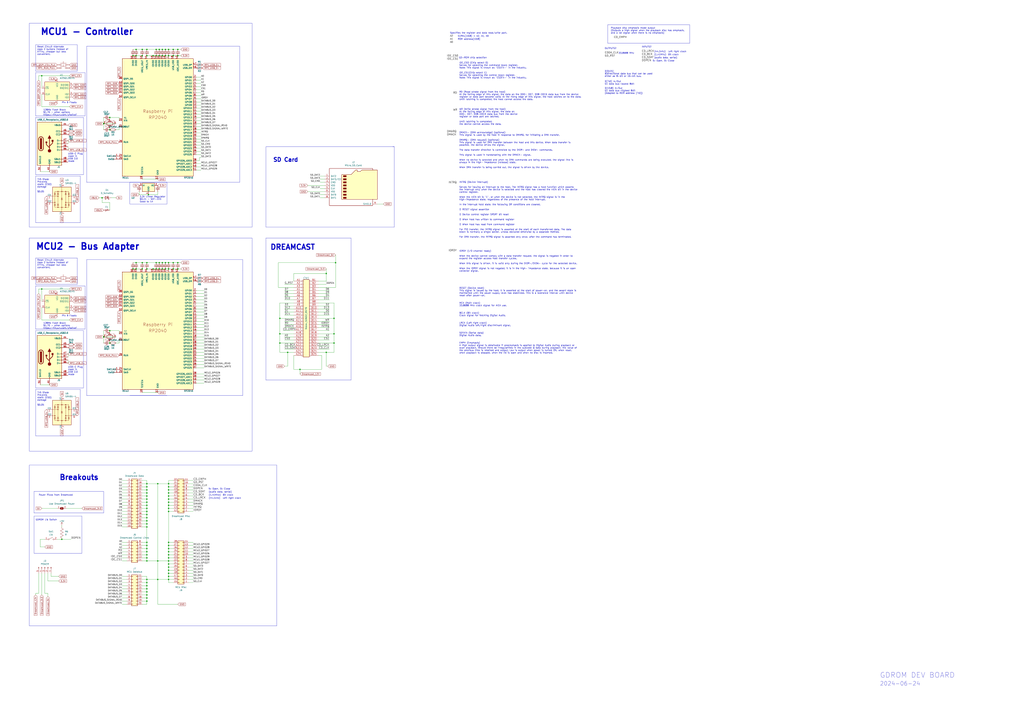
<source format=kicad_sch>
(kicad_sch (version 20230121) (generator eeschema)
  (paper "A1")
  (junction (at 138.43 410.21))
  (junction (at 138.43 407.67))
  (junction (at 120.65 422.91))
  (junction (at 85.09 101.6))
  (junction (at 120.65 407.67))
  (junction (at 120.65 417.83))
  (junction (at 135.89 40.64))
  (junction (at 120.65 445.77))
  (junction (at 275.59 215.9))
  (junction (at 85.09 276.86))
  (junction (at 128.27 45.72))
  (junction (at 120.65 40.64))
  (junction (at 236.22 289.56))
  (junction (at 120.65 483.87))
  (junction (at 138.43 466.09))
  (junction (at 90.17 96.52))
  (junction (at 138.43 448.31))
  (junction (at 146.05 220.98))
  (junction (at 120.65 215.9))
  (junction (at 130.81 215.9))
  (junction (at 120.65 488.95))
  (junction (at 120.65 425.45))
  (junction (at 146.05 40.64))
  (junction (at 133.35 40.64))
  (junction (at 120.65 448.31))
  (junction (at 116.84 215.9))
  (junction (at 138.43 461.01))
  (junction (at 50.8 443.23))
  (junction (at 138.43 468.63))
  (junction (at 128.27 220.98))
  (junction (at 109.22 45.72))
  (junction (at 138.43 402.59))
  (junction (at 120.65 45.72))
  (junction (at 120.65 461.01))
  (junction (at 138.43 420.37))
  (junction (at 138.43 45.72))
  (junction (at 138.43 40.64))
  (junction (at 138.43 463.55))
  (junction (at 138.43 397.51))
  (junction (at 135.89 215.9))
  (junction (at 120.65 494.03))
  (junction (at 229.87 274.32))
  (junction (at 138.43 417.83))
  (junction (at 138.43 458.47))
  (junction (at 138.43 471.17))
  (junction (at 130.81 220.98))
  (junction (at 138.43 473.71))
  (junction (at 229.87 281.94))
  (junction (at 120.65 476.25))
  (junction (at 120.65 420.37))
  (junction (at 121.92 160.02))
  (junction (at 120.65 402.59))
  (junction (at 138.43 405.13))
  (junction (at 142.24 45.72))
  (junction (at 120.65 415.29))
  (junction (at 138.43 450.85))
  (junction (at 120.65 427.99))
  (junction (at 120.65 458.47))
  (junction (at 111.76 45.72))
  (junction (at 146.05 215.9))
  (junction (at 138.43 412.75))
  (junction (at 120.65 450.85))
  (junction (at 129.54 397.51))
  (junction (at 142.24 40.64))
  (junction (at 138.43 215.9))
  (junction (at 267.97 289.56))
  (junction (at 138.43 400.05))
  (junction (at 138.43 455.93))
  (junction (at 133.35 215.9))
  (junction (at 120.65 410.21))
  (junction (at 138.43 476.25))
  (junction (at 135.89 220.98))
  (junction (at 116.84 40.64))
  (junction (at 90.17 271.78))
  (junction (at 267.97 224.79))
  (junction (at 120.65 405.13))
  (junction (at 34.29 62.23))
  (junction (at 125.73 220.98))
  (junction (at 246.38 303.53))
  (junction (at 133.35 220.98))
  (junction (at 138.43 445.77))
  (junction (at 120.65 220.98))
  (junction (at 111.76 215.9))
  (junction (at 34.29 237.49))
  (junction (at 116.84 220.98))
  (junction (at 129.54 461.01))
  (junction (at 133.35 45.72))
  (junction (at 274.32 261.62))
  (junction (at 111.76 40.64))
  (junction (at 120.65 397.51))
  (junction (at 90.17 281.94))
  (junction (at 129.54 476.25))
  (junction (at 120.65 491.49))
  (junction (at 229.87 261.62))
  (junction (at 120.65 486.41))
  (junction (at 138.43 220.98))
  (junction (at 120.65 433.07))
  (junction (at 111.76 220.98))
  (junction (at 142.24 220.98))
  (junction (at 125.73 45.72))
  (junction (at 120.65 478.79))
  (junction (at 130.81 40.64))
  (junction (at 109.22 220.98))
  (junction (at 138.43 415.29))
  (junction (at 116.84 45.72))
  (junction (at 128.27 40.64))
  (junction (at 120.65 430.53))
  (junction (at 274.32 281.94))
  (junction (at 120.65 481.33))
  (junction (at 146.05 45.72))
  (junction (at 120.65 455.93))
  (junction (at 120.65 400.05))
  (junction (at 135.89 45.72))
  (junction (at 90.17 106.68))
  (junction (at 83.82 162.56))
  (junction (at 138.43 453.39))
  (junction (at 128.27 215.9))
  (junction (at 130.81 45.72))
  (junction (at 142.24 215.9))
  (junction (at 120.65 453.39))
  (junction (at 274.32 274.32))
  (junction (at 120.65 412.75))
  (wire (pts (xy 161.29 302.26) (xy 167.64 302.26)))
  (wire (pts (xy 111.76 40.64) (xy 116.84 40.64)))
  (wire (pts (xy 41.91 473.71) (xy 41.91 471.17)))
  (wire (pts (xy 133.35 215.9) (xy 135.89 215.9)))
  (wire (pts (xy 138.43 455.93) (xy 138.43 458.47)))
  (wire (pts (xy 138.43 476.25) (xy 138.43 478.79)))
  (wire (pts (xy 120.65 481.33) (xy 120.65 483.87)))
  (wire (pts (xy 120.65 397.51) (xy 120.65 400.05)))
  (wire (pts (xy 31.75 237.49) (xy 34.29 237.49)))
  (wire (pts (xy 262.89 160.02) (xy 266.7 160.02)))
  (wire (pts (xy 161.29 121.92) (xy 165.1 121.92)))
  (polyline (pts (xy 29.21 36.83) (xy 63.5 36.83)))
  (wire (pts (xy 161.29 259.08) (xy 167.64 259.08)))
  (wire (pts (xy 246.38 303.53) (xy 264.16 303.53)))
  (wire (pts (xy 158.75 450.85) (xy 154.94 450.85)))
  (polyline (pts (xy 68.58 143.51) (xy 29.21 143.51)))
  (wire (pts (xy 142.24 215.9) (xy 146.05 215.9)))
  (wire (pts (xy 34.29 62.23) (xy 57.15 62.23)))
  (wire (pts (xy 142.24 405.13) (xy 138.43 405.13)))
  (wire (pts (xy 161.29 294.64) (xy 167.64 294.64)))
  (wire (pts (xy 90.17 271.78) (xy 90.17 273.05)))
  (wire (pts (xy 267.97 289.56) (xy 267.97 300.99)))
  (wire (pts (xy 229.87 281.94) (xy 241.3 281.94)))
  (wire (pts (xy 120.65 417.83) (xy 120.65 420.37)))
  (wire (pts (xy 97.79 279.4) (xy 97.79 281.94)))
  (wire (pts (xy 241.3 238.76) (xy 233.68 238.76)))
  (polyline (pts (xy 323.85 186.69) (xy 323.85 120.65)))
  (wire (pts (xy 100.33 397.51) (xy 104.14 397.51)))
  (wire (pts (xy 34.29 77.47) (xy 34.29 87.63)))
  (wire (pts (xy 161.29 271.78) (xy 167.64 271.78)))
  (wire (pts (xy 158.75 445.77) (xy 154.94 445.77)))
  (wire (pts (xy 138.43 417.83) (xy 138.43 420.37)))
  (wire (pts (xy 95.25 106.68) (xy 97.79 106.68)))
  (wire (pts (xy 158.75 407.67) (xy 154.94 407.67)))
  (wire (pts (xy 142.24 476.25) (xy 138.43 476.25)))
  (wire (pts (xy 100.33 458.47) (xy 104.14 458.47)))
  (wire (pts (xy 120.65 445.77) (xy 120.65 448.31)))
  (wire (pts (xy 100.33 394.97) (xy 104.14 394.97)))
  (polyline (pts (xy 63.5 36.83) (xy 63.5 58.42)))
  (wire (pts (xy 50.8 443.23) (xy 58.42 443.23)))
  (wire (pts (xy 100.33 476.25) (xy 104.14 476.25)))
  (wire (pts (xy 261.62 281.94) (xy 274.32 281.94)))
  (wire (pts (xy 158.75 455.93) (xy 154.94 455.93)))
  (wire (pts (xy 228.6 236.22) (xy 241.3 236.22)))
  (wire (pts (xy 142.24 453.39) (xy 138.43 453.39)))
  (wire (pts (xy 261.62 238.76) (xy 270.51 238.76)))
  (wire (pts (xy 120.65 40.64) (xy 128.27 40.64)))
  (wire (pts (xy 262.89 149.86) (xy 266.7 149.86)))
  (wire (pts (xy 120.65 486.41) (xy 120.65 488.95)))
  (wire (pts (xy 161.29 269.24) (xy 167.64 269.24)))
  (wire (pts (xy 161.29 246.38) (xy 167.64 246.38)))
  (wire (pts (xy 161.29 119.38) (xy 165.1 119.38)))
  (wire (pts (xy 142.24 450.85) (xy 138.43 450.85)))
  (polyline (pts (xy 199.39 222.25) (xy 199.39 325.12)))
  (wire (pts (xy 100.33 420.37) (xy 104.14 420.37)))
  (polyline (pts (xy 85.09 421.64) (xy 85.09 403.86)))
  (wire (pts (xy 120.65 491.49) (xy 120.65 494.03)))
  (wire (pts (xy 158.75 468.63) (xy 154.94 468.63)))
  (wire (pts (xy 241.3 292.1) (xy 241.3 303.53)))
  (wire (pts (xy 100.33 483.87) (xy 104.14 483.87)))
  (wire (pts (xy 128.27 40.64) (xy 130.81 40.64)))
  (wire (pts (xy 100.33 450.85) (xy 104.14 450.85)))
  (wire (pts (xy 100.33 461.01) (xy 104.14 461.01)))
  (wire (pts (xy 161.29 312.42) (xy 167.64 312.42)))
  (wire (pts (xy 31.75 241.3) (xy 31.75 237.49)))
  (wire (pts (xy 161.29 248.92) (xy 167.64 248.92)))
  (wire (pts (xy 116.84 494.03) (xy 120.65 494.03)))
  (wire (pts (xy 97.79 104.14) (xy 97.79 106.68)))
  (wire (pts (xy 116.84 478.79) (xy 120.65 478.79)))
  (polyline (pts (xy 29.21 95.25) (xy 69.85 95.25)))
  (wire (pts (xy 158.75 478.79) (xy 154.94 478.79)))
  (wire (pts (xy 158.75 417.83) (xy 154.94 417.83)))
  (wire (pts (xy 116.84 400.05) (xy 120.65 400.05)))
  (wire (pts (xy 116.84 420.37) (xy 120.65 420.37)))
  (wire (pts (xy 161.29 104.14) (xy 165.1 104.14)))
  (wire (pts (xy 100.33 415.29) (xy 104.14 415.29)))
  (wire (pts (xy 125.73 45.72) (xy 128.27 45.72)))
  (wire (pts (xy 100.33 486.41) (xy 104.14 486.41)))
  (polyline (pts (xy 67.31 424.18) (xy 67.31 454.66)))
  (wire (pts (xy 120.65 430.53) (xy 120.65 433.07)))
  (polyline (pts (xy 69.85 250.19) (xy 69.85 270.51)))
  (wire (pts (xy 138.43 415.29) (xy 138.43 417.83)))
  (polyline (pts (xy 24.13 382.27) (xy 24.13 514.35)))
  (polyline (pts (xy 27.94 403.86) (xy 27.94 421.64)))
  (wire (pts (xy 97.79 96.52) (xy 97.79 99.06)))
  (wire (pts (xy 120.65 400.05) (xy 120.65 402.59)))
  (wire (pts (xy 120.65 473.71) (xy 120.65 476.25)))
  (wire (pts (xy 138.43 400.05) (xy 138.43 402.59)))
  (wire (pts (xy 142.24 407.67) (xy 138.43 407.67)))
  (wire (pts (xy 261.62 284.48) (xy 270.51 284.48)))
  (wire (pts (xy 261.62 251.46) (xy 270.51 251.46)))
  (polyline (pts (xy 199.39 213.36) (xy 199.39 222.25)))
  (wire (pts (xy 275.59 209.55) (xy 275.59 215.9)))
  (wire (pts (xy 142.24 458.47) (xy 138.43 458.47)))
  (wire (pts (xy 116.84 445.77) (xy 120.65 445.77)))
  (wire (pts (xy 90.17 105.41) (xy 90.17 106.68)))
  (polyline (pts (xy 499.11 20.32) (xy 499.11 21.59)))
  (wire (pts (xy 274.32 274.32) (xy 274.32 281.94)))
  (wire (pts (xy 261.62 246.38) (xy 270.51 246.38)))
  (wire (pts (xy 261.62 287.02) (xy 270.51 287.02)))
  (wire (pts (xy 261.62 289.56) (xy 267.97 289.56)))
  (wire (pts (xy 39.37 487.68) (xy 39.37 490.22)))
  (wire (pts (xy 261.62 256.54) (xy 270.51 256.54)))
  (wire (pts (xy 142.24 455.93) (xy 138.43 455.93)))
  (wire (pts (xy 34.29 237.49) (xy 57.15 237.49)))
  (wire (pts (xy 241.3 233.68) (xy 233.68 233.68)))
  (polyline (pts (xy 323.85 120.65) (xy 322.58 120.65)))
  (wire (pts (xy 120.65 394.97) (xy 120.65 397.51)))
  (wire (pts (xy 116.84 453.39) (xy 120.65 453.39)))
  (wire (pts (xy 91.44 162.56) (xy 95.25 162.56)))
  (wire (pts (xy 100.33 410.21) (xy 104.14 410.21)))
  (wire (pts (xy 120.65 425.45) (xy 120.65 427.99)))
  (wire (pts (xy 116.84 417.83) (xy 120.65 417.83)))
  (wire (pts (xy 55.88 295.91) (xy 55.88 298.45)))
  (wire (pts (xy 100.33 455.93) (xy 104.14 455.93)))
  (wire (pts (xy 138.43 445.77) (xy 138.43 448.31)))
  (wire (pts (xy 135.89 215.9) (xy 138.43 215.9)))
  (wire (pts (xy 138.43 448.31) (xy 138.43 450.85)))
  (polyline (pts (xy 29.21 233.68) (xy 63.5 233.68)))
  (wire (pts (xy 142.24 445.77) (xy 138.43 445.77)))
  (wire (pts (xy 146.05 40.64) (xy 148.59 40.64)))
  (wire (pts (xy 34.29 237.49) (xy 34.29 247.65)))
  (wire (pts (xy 138.43 461.01) (xy 138.43 463.55)))
  (wire (pts (xy 100.33 491.49) (xy 104.14 491.49)))
  (wire (pts (xy 262.89 144.78) (xy 266.7 144.78)))
  (wire (pts (xy 138.43 220.98) (xy 142.24 220.98)))
  (wire (pts (xy 161.29 99.06) (xy 165.1 99.06)))
  (wire (pts (xy 31.75 62.23) (xy 34.29 62.23)))
  (wire (pts (xy 85.09 101.6) (xy 95.25 101.6)))
  (wire (pts (xy 120.65 402.59) (xy 120.65 405.13)))
  (wire (pts (xy 100.33 448.31) (xy 104.14 448.31)))
  (wire (pts (xy 161.29 314.96) (xy 167.64 314.96)))
  (wire (pts (xy 48.26 473.71) (xy 41.91 473.71)))
  (wire (pts (xy 229.87 261.62) (xy 241.3 261.62)))
  (wire (pts (xy 138.43 215.9) (xy 142.24 215.9)))
  (wire (pts (xy 116.84 483.87) (xy 120.65 483.87)))
  (wire (pts (xy 100.33 417.83) (xy 104.14 417.83)))
  (wire (pts (xy 31.75 487.68) (xy 31.75 471.17)))
  (wire (pts (xy 85.09 101.6) (xy 85.09 106.68)))
  (wire (pts (xy 241.3 289.56) (xy 236.22 289.56)))
  (wire (pts (xy 146.05 220.98) (xy 148.59 220.98)))
  (wire (pts (xy 241.3 303.53) (xy 246.38 303.53)))
  (wire (pts (xy 46.99 443.23) (xy 50.8 443.23)))
  (wire (pts (xy 161.29 284.48) (xy 167.64 284.48)))
  (wire (pts (xy 116.84 410.21) (xy 120.65 410.21)))
  (wire (pts (xy 116.84 455.93) (xy 120.65 455.93)))
  (wire (pts (xy 142.24 478.79) (xy 138.43 478.79)))
  (wire (pts (xy 39.37 477.52) (xy 39.37 471.17)))
  (wire (pts (xy 100.33 478.79) (xy 104.14 478.79)))
  (wire (pts (xy 161.29 83.82) (xy 165.1 83.82)))
  (wire (pts (xy 120.65 220.98) (xy 125.73 220.98)))
  (wire (pts (xy 142.24 473.71) (xy 138.43 473.71)))
  (wire (pts (xy 100.33 425.45) (xy 104.14 425.45)))
  (wire (pts (xy 129.54 397.51) (xy 138.43 397.51)))
  (wire (pts (xy 228.6 236.22) (xy 228.6 215.9)))
  (wire (pts (xy 116.84 476.25) (xy 120.65 476.25)))
  (wire (pts (xy 116.84 481.33) (xy 120.65 481.33)))
  (wire (pts (xy 161.29 137.16) (xy 165.1 137.16)))
  (wire (pts (xy 161.29 299.72) (xy 167.64 299.72)))
  (polyline (pts (xy 29.21 96.52) (xy 68.58 96.52)))
  (wire (pts (xy 161.29 139.7) (xy 165.1 139.7)))
  (wire (pts (xy 138.43 407.67) (xy 138.43 410.21)))
  (wire (pts (xy 142.24 402.59) (xy 138.43 402.59)))
  (wire (pts (xy 100.33 496.57) (xy 104.14 496.57)))
  (wire (pts (xy 138.43 453.39) (xy 138.43 455.93)))
  (wire (pts (xy 161.29 307.34) (xy 167.64 307.34)))
  (wire (pts (xy 125.73 220.98) (xy 128.27 220.98)))
  (wire (pts (xy 85.09 96.52) (xy 85.09 101.6)))
  (wire (pts (xy 29.21 487.68) (xy 29.21 488.95)))
  (wire (pts (xy 90.17 96.52) (xy 97.79 96.52)))
  (polyline (pts (xy 218.44 186.69) (xy 323.85 186.69)))
  (wire (pts (xy 33.02 443.23) (xy 33.02 449.58)))
  (polyline (pts (xy 27.94 403.86) (xy 85.09 403.86)))
  (wire (pts (xy 100.33 427.99) (xy 104.14 427.99)))
  (polyline (pts (xy 24.13 514.35) (xy 227.33 514.35)))
  (wire (pts (xy 236.22 289.56) (xy 236.22 300.99)))
  (wire (pts (xy 158.75 458.47) (xy 154.94 458.47)))
  (polyline (pts (xy 66.04 144.78) (xy 29.21 144.78)))
  (wire (pts (xy 120.65 433.07) (xy 120.65 445.77)))
  (wire (pts (xy 161.29 264.16) (xy 167.64 264.16)))
  (polyline (pts (xy 24.13 382.27) (xy 227.33 382.27)))
  (wire (pts (xy 133.35 220.98) (xy 135.89 220.98)))
  (wire (pts (xy 142.24 468.63) (xy 138.43 468.63)))
  (wire (pts (xy 100.33 400.05) (xy 104.14 400.05)))
  (polyline (pts (xy 29.21 271.78) (xy 68.58 271.78)))
  (polyline (pts (xy 29.21 182.88) (xy 66.04 182.88)))
  (wire (pts (xy 138.43 410.21) (xy 138.43 412.75)))
  (polyline (pts (xy 27.94 424.18) (xy 67.31 424.18)))
  (polyline (pts (xy 68.58 110.49) (xy 68.58 143.51)))
  (wire (pts (xy 109.22 220.98) (xy 111.76 220.98)))
  (wire (pts (xy 138.43 463.55) (xy 138.43 466.09)))
  (wire (pts (xy 163.83 132.08) (xy 163.83 129.54)))
  (wire (pts (xy 120.65 476.25) (xy 129.54 476.25)))
  (wire (pts (xy 161.29 309.88) (xy 167.64 309.88)))
  (wire (pts (xy 142.24 220.98) (xy 146.05 220.98)))
  (wire (pts (xy 261.62 264.16) (xy 270.51 264.16)))
  (wire (pts (xy 120.65 215.9) (xy 128.27 215.9)))
  (wire (pts (xy 31.75 66.04) (xy 31.75 62.23)))
  (wire (pts (xy 261.62 236.22) (xy 275.59 236.22)))
  (wire (pts (xy 262.89 147.32) (xy 266.7 147.32)))
  (wire (pts (xy 161.29 68.58) (xy 165.1 68.58)))
  (polyline (pts (xy 68.58 285.75) (xy 68.58 318.77)))
  (wire (pts (xy 116.84 491.49) (xy 120.65 491.49)))
  (wire (pts (xy 121.92 160.02) (xy 129.54 160.02)))
  (wire (pts (xy 120.65 494.03) (xy 120.65 496.57)))
  (polyline (pts (xy 29.21 358.14) (xy 66.04 358.14)))
  (wire (pts (xy 36.83 487.68) (xy 39.37 487.68)))
  (wire (pts (xy 100.33 473.71) (xy 104.14 473.71)))
  (wire (pts (xy 161.29 127) (xy 165.1 127)))
  (wire (pts (xy 50.8 431.8) (xy 50.8 433.07)))
  (wire (pts (xy 100.33 433.07) (xy 104.14 433.07)))
  (wire (pts (xy 264.16 303.53) (xy 264.16 292.1)))
  (wire (pts (xy 116.84 322.58) (xy 129.54 322.58)))
  (wire (pts (xy 138.43 40.64) (xy 142.24 40.64)))
  (wire (pts (xy 100.33 453.39) (xy 104.14 453.39)))
  (wire (pts (xy 161.29 251.46) (xy 167.64 251.46)))
  (polyline (pts (xy 288.29 312.42) (xy 288.29 195.58)))
  (wire (pts (xy 228.6 215.9) (xy 275.59 215.9)))
  (wire (pts (xy 120.65 478.79) (xy 120.65 481.33)))
  (wire (pts (xy 55.88 120.65) (xy 55.88 123.19)))
  (wire (pts (xy 229.87 274.32) (xy 229.87 281.94)))
  (wire (pts (xy 138.43 402.59) (xy 138.43 405.13)))
  (wire (pts (xy 161.29 243.84) (xy 167.64 243.84)))
  (wire (pts (xy 241.3 256.54) (xy 233.68 256.54)))
  (wire (pts (xy 138.43 412.75) (xy 138.43 415.29)))
  (wire (pts (xy 233.68 300.99) (xy 236.22 300.99)))
  (wire (pts (xy 267.97 224.79) (xy 267.97 220.98)))
  (polyline (pts (xy 68.58 96.52) (xy 68.58 110.49)))
  (wire (pts (xy 39.37 477.52) (xy 48.26 477.52)))
  (wire (pts (xy 158.75 471.17) (xy 154.94 471.17)))
  (wire (pts (xy 233.68 266.7) (xy 241.3 266.7)))
  (wire (pts (xy 161.29 287.02) (xy 167.64 287.02)))
  (wire (pts (xy 90.17 271.78) (xy 97.79 271.78)))
  (polyline (pts (xy 29.21 58.42) (xy 63.5 58.42)))
  (wire (pts (xy 261.62 292.1) (xy 264.16 292.1)))
  (wire (pts (xy 261.62 271.78) (xy 270.51 271.78)))
  (wire (pts (xy 146.05 45.72) (xy 148.59 45.72)))
  (wire (pts (xy 33.02 443.23) (xy 36.83 443.23)))
  (wire (pts (xy 142.24 40.64) (xy 146.05 40.64)))
  (wire (pts (xy 116.84 458.47) (xy 120.65 458.47)))
  (wire (pts (xy 116.84 412.75) (xy 120.65 412.75)))
  (wire (pts (xy 138.43 397.51) (xy 138.43 400.05)))
  (wire (pts (xy 142.24 400.05) (xy 138.43 400.05)))
  (polyline (pts (xy 125.73 167.64) (xy 137.16 167.64)))
  (wire (pts (xy 142.24 417.83) (xy 138.43 417.83)))
  (polyline (pts (xy 27.94 454.66) (xy 27.94 424.18)))
  (wire (pts (xy 129.54 160.02) (xy 129.54 157.48)))
  (polyline (pts (xy 58.42 454.66) (xy 27.94 454.66)))
  (wire (pts (xy 120.65 448.31) (xy 120.65 450.85)))
  (wire (pts (xy 129.54 476.25) (xy 129.54 496.57)))
  (wire (pts (xy 161.29 93.98) (xy 165.1 93.98)))
  (wire (pts (xy 241.3 254) (xy 233.68 254)))
  (polyline (pts (xy 71.12 213.36) (xy 199.39 213.36)))
  (wire (pts (xy 116.84 394.97) (xy 120.65 394.97)))
  (wire (pts (xy 262.89 162.56) (xy 266.7 162.56)))
  (wire (pts (xy 138.43 473.71) (xy 138.43 476.25)))
  (wire (pts (xy 261.62 269.24) (xy 270.51 269.24)))
  (wire (pts (xy 135.89 40.64) (xy 138.43 40.64)))
  (wire (pts (xy 55.88 293.37) (xy 55.88 290.83)))
  (polyline (pts (xy 71.12 149.86) (xy 71.12 38.1)))
  (wire (pts (xy 111.76 220.98) (xy 116.84 220.98)))
  (wire (pts (xy 142.24 394.97) (xy 138.43 394.97)))
  (wire (pts (xy 129.54 397.51) (xy 129.54 461.01)))
  (polyline (pts (xy 29.21 234.95) (xy 29.21 270.51)))
  (wire (pts (xy 142.24 448.31) (xy 138.43 448.31)))
  (wire (pts (xy 116.84 425.45) (xy 120.65 425.45)))
  (wire (pts (xy 161.29 111.76) (xy 165.1 111.76)))
  (wire (pts (xy 161.29 124.46) (xy 165.1 124.46)))
  (polyline (pts (xy 196.85 38.1) (xy 196.85 46.99)))
  (wire (pts (xy 267.97 224.79) (xy 267.97 231.14)))
  (wire (pts (xy 246.38 303.53) (xy 246.38 307.34)))
  (wire (pts (xy 114.3 157.48) (xy 114.3 160.02)))
  (wire (pts (xy 229.87 281.94) (xy 229.87 289.56)))
  (wire (pts (xy 261.62 241.3) (xy 270.51 241.3)))
  (polyline (pts (xy 69.85 59.69) (xy 29.21 59.69)))
  (wire (pts (xy 266.7 157.48) (xy 252.73 157.48)))
  (wire (pts (xy 158.75 453.39) (xy 154.94 453.39)))
  (wire (pts (xy 34.29 417.83) (xy 46.99 417.83)))
  (wire (pts (xy 34.29 262.89) (xy 57.15 262.89)))
  (wire (pts (xy 158.75 473.71) (xy 154.94 473.71)))
  (wire (pts (xy 161.29 276.86) (xy 167.64 276.86)))
  (wire (pts (xy 261.62 233.68) (xy 267.97 233.68)))
  (wire (pts (xy 120.65 412.75) (xy 120.65 415.29)))
  (wire (pts (xy 158.75 461.01) (xy 154.94 461.01)))
  (wire (pts (xy 114.3 160.02) (xy 121.92 160.02)))
  (polyline (pts (xy 218.44 312.42) (xy 288.29 312.42)))
  (wire (pts (xy 116.84 415.29) (xy 120.65 415.29)))
  (wire (pts (xy 81.28 162.56) (xy 83.82 162.56)))
  (wire (pts (xy 100.33 412.75) (xy 104.14 412.75)))
  (polyline (pts (xy 566.42 20.32) (xy 499.11 20.32)))
  (polyline (pts (xy 71.12 325.12) (xy 71.12 213.36)))
  (wire (pts (xy 128.27 220.98) (xy 130.81 220.98)))
  (polyline (pts (xy 69.85 74.93) (xy 69.85 59.69)))
  (polyline (pts (xy 63.5 212.09) (xy 63.5 233.68)))
  (polyline (pts (xy 69.85 74.93) (xy 69.85 95.25)))
  (wire (pts (xy 33.02 140.97) (xy 40.64 140.97)))
  (wire (pts (xy 116.84 488.95) (xy 120.65 488.95)))
  (wire (pts (xy 161.29 101.6) (xy 165.1 101.6)))
  (polyline (pts (xy 68.58 271.78) (xy 68.58 285.75)))
  (wire (pts (xy 116.84 397.51) (xy 120.65 397.51)))
  (wire (pts (xy 161.29 274.32) (xy 167.64 274.32)))
  (wire (pts (xy 161.29 81.28) (xy 165.1 81.28)))
  (wire (pts (xy 158.75 463.55) (xy 154.94 463.55)))
  (wire (pts (xy 34.29 62.23) (xy 34.29 72.39)))
  (polyline (pts (xy 106.68 167.64) (xy 125.73 167.64)))
  (wire (pts (xy 138.43 420.37) (xy 138.43 445.77)))
  (wire (pts (xy 90.17 96.52) (xy 90.17 97.79)))
  (wire (pts (xy 138.43 405.13) (xy 138.43 407.67)))
  (wire (pts (xy 261.62 259.08) (xy 270.51 259.08)))
  (polyline (pts (xy 137.16 167.64) (xy 137.16 149.86)))
  (wire (pts (xy 100.33 481.33) (xy 104.14 481.33)))
  (wire (pts (xy 116.84 450.85) (xy 120.65 450.85)))
  (wire (pts (xy 120.65 461.01) (xy 129.54 461.01)))
  (wire (pts (xy 261.62 254) (xy 270.51 254)))
  (wire (pts (xy 100.33 445.77) (xy 104.14 445.77)))
  (wire (pts (xy 142.24 420.37) (xy 138.43 420.37)))
  (polyline (pts (xy 218.44 120.65) (xy 218.44 186.69)))
  (wire (pts (xy 233.68 287.02) (xy 241.3 287.02)))
  (polyline (pts (xy 69.85 250.19) (xy 69.85 234.95)))
  (polyline (pts (xy 499.11 21.59) (xy 499.11 35.56)))
  (polyline (pts (xy 227.33 514.35) (xy 227.33 382.27)))
  (polyline (pts (xy 66.04 320.04) (xy 29.21 320.04)))
  (wire (pts (xy 274.32 261.62) (xy 274.32 274.32)))
  (wire (pts (xy 120.65 453.39) (xy 120.65 455.93)))
  (wire (pts (xy 120.65 483.87) (xy 120.65 486.41)))
  (wire (pts (xy 116.84 486.41) (xy 120.65 486.41)))
  (wire (pts (xy 54.61 417.83) (xy 67.31 417.83)))
  (wire (pts (xy 161.29 297.18) (xy 167.64 297.18)))
  (wire (pts (xy 261.62 276.86) (xy 270.51 276.86)))
  (wire (pts (xy 241.3 284.48) (xy 233.68 284.48)))
  (wire (pts (xy 120.65 476.25) (xy 120.65 478.79)))
  (wire (pts (xy 138.43 471.17) (xy 138.43 473.71)))
  (wire (pts (xy 269.24 300.99) (xy 267.97 300.99)))
  (polyline (pts (xy 218.44 195.58) (xy 218.44 312.42)))
  (wire (pts (xy 120.65 420.37) (xy 120.65 422.91)))
  (wire (pts (xy 120.65 427.99) (xy 120.65 430.53)))
  (wire (pts (xy 229.87 274.32) (xy 241.3 274.32)))
  (wire (pts (xy 142.24 463.55) (xy 138.43 463.55)))
  (wire (pts (xy 274.32 281.94) (xy 274.32 289.56)))
  (wire (pts (xy 142.24 410.21) (xy 138.43 410.21)))
  (wire (pts (xy 100.33 430.53) (xy 104.14 430.53)))
  (wire (pts (xy 130.81 45.72) (xy 133.35 45.72)))
  (wire (pts (xy 120.65 410.21) (xy 120.65 412.75)))
  (wire (pts (xy 161.29 109.22) (xy 165.1 109.22)))
  (wire (pts (xy 261.62 248.92) (xy 274.32 248.92)))
  (polyline (pts (xy 199.39 325.12) (xy 71.12 325.12)))
  (wire (pts (xy 36.83 449.58) (xy 33.02 449.58)))
  (polyline (pts (xy 29.21 270.51) (xy 69.85 270.51)))
  (wire (pts (xy 161.29 261.62) (xy 167.64 261.62)))
  (wire (pts (xy 158.75 412.75) (xy 154.94 412.75)))
  (wire (pts (xy 34.29 252.73) (xy 34.29 262.89)))
  (wire (pts (xy 142.24 471.17) (xy 138.43 471.17)))
  (wire (pts (xy 138.43 468.63) (xy 138.43 471.17)))
  (wire (pts (xy 241.3 271.78) (xy 232.41 271.78)))
  (polyline (pts (xy 218.44 195.58) (xy 288.29 195.58)))
  (wire (pts (xy 158.75 415.29) (xy 154.94 415.29)))
  (wire (pts (xy 142.24 45.72) (xy 146.05 45.72)))
  (wire (pts (xy 229.87 248.92) (xy 229.87 261.62)))
  (wire (pts (xy 241.3 251.46) (xy 233.68 251.46)))
  (wire (pts (xy 274.32 248.92) (xy 274.32 261.62)))
  (wire (pts (xy 129.54 461.01) (xy 129.54 476.25)))
  (wire (pts (xy 116.84 461.01) (xy 120.65 461.01)))
  (wire (pts (xy 120.65 450.85) (xy 120.65 453.39)))
  (wire (pts (xy 142.24 466.09) (xy 138.43 466.09)))
  (wire (pts (xy 161.29 289.56) (xy 167.64 289.56)))
  (wire (pts (xy 161.29 114.3) (xy 165.1 114.3)))
  (wire (pts (xy 100.33 422.91) (xy 104.14 422.91)))
  (wire (pts (xy 34.29 471.17) (xy 34.29 488.95)))
  (wire (pts (xy 34.29 87.63) (xy 57.15 87.63)))
  (wire (pts (xy 120.65 407.67) (xy 120.65 410.21)))
  (wire (pts (xy 241.3 224.79) (xy 267.97 224.79)))
  (polyline (pts (xy 66.04 182.88) (xy 66.04 144.78)))
  (polyline (pts (xy 69.85 234.95) (xy 29.21 234.95)))
  (polyline (pts (xy 29.21 320.04) (xy 29.21 358.14)))
  (wire (pts (xy 133.35 40.64) (xy 135.89 40.64)))
  (wire (pts (xy 36.83 471.17) (xy 36.83 487.68)))
  (wire (pts (xy 158.75 402.59) (xy 154.94 402.59)))
  (polyline (pts (xy 58.42 454.66) (xy 67.31 454.66)))
  (wire (pts (xy 241.3 248.92) (xy 229.87 248.92)))
  (polyline (pts (xy 71.12 38.1) (xy 196.85 38.1)))
  (wire (pts (xy 158.75 466.09) (xy 154.94 466.09)))
  (wire (pts (xy 138.43 397.51) (xy 142.24 397.51)))
  (wire (pts (xy 120.65 488.95) (xy 120.65 491.49)))
  (wire (pts (xy 138.43 458.47) (xy 138.43 461.01)))
  (wire (pts (xy 161.29 86.36) (xy 165.1 86.36)))
  (polyline (pts (xy 566.42 35.56) (xy 566.42 20.32)))
  (polyline (pts (xy 29.21 59.69) (xy 29.21 95.25)))
  (wire (pts (xy 116.84 405.13) (xy 120.65 405.13)))
  (wire (pts (xy 161.29 279.4) (xy 167.64 279.4)))
  (wire (pts (xy 138.43 450.85) (xy 138.43 453.39)))
  (wire (pts (xy 158.75 405.13) (xy 154.94 405.13)))
  (wire (pts (xy 120.65 405.13) (xy 120.65 407.67)))
  (wire (pts (xy 129.54 461.01) (xy 138.43 461.01)))
  (wire (pts (xy 142.24 412.75) (xy 138.43 412.75)))
  (wire (pts (xy 261.62 243.84) (xy 270.51 243.84)))
  (wire (pts (xy 241.3 276.86) (xy 233.68 276.86)))
  (wire (pts (xy 252.73 152.4) (xy 266.7 152.4)))
  (wire (pts (xy 133.35 45.72) (xy 135.89 45.72)))
  (polyline (pts (xy 499.11 35.56) (xy 566.42 35.56)))
  (wire (pts (xy 109.22 45.72) (xy 111.76 45.72)))
  (wire (pts (xy 161.29 71.12) (xy 165.1 71.12)))
  (wire (pts (xy 161.29 91.44) (xy 165.1 91.44)))
  (wire (pts (xy 100.33 494.03) (xy 104.14 494.03)))
  (wire (pts (xy 90.17 166.37) (xy 83.82 166.37)))
  (wire (pts (xy 100.33 405.13) (xy 104.14 405.13)))
  (polyline (pts (xy 29.21 318.77) (xy 29.21 271.78)))
  (wire (pts (xy 241.3 231.14) (xy 241.3 224.79)))
  (wire (pts (xy 161.29 73.66) (xy 165.1 73.66)))
  (polyline (pts (xy 68.58 318.77) (xy 29.21 318.77)))
  (wire (pts (xy 146.05 496.57) (xy 129.54 496.57)))
  (wire (pts (xy 116.84 448.31) (xy 120.65 448.31)))
  (wire (pts (xy 161.29 241.3) (xy 167.64 241.3)))
  (wire (pts (xy 116.84 422.91) (xy 120.65 422.91)))
  (wire (pts (xy 161.29 281.94) (xy 167.64 281.94)))
  (wire (pts (xy 111.76 45.72) (xy 116.84 45.72)))
  (wire (pts (xy 161.29 292.1) (xy 167.64 292.1)))
  (wire (pts (xy 161.29 238.76) (xy 167.64 238.76)))
  (wire (pts (xy 85.09 271.78) (xy 85.09 276.86)))
  (wire (pts (xy 161.29 256.54) (xy 167.64 256.54)))
  (wire (pts (xy 100.33 407.67) (xy 104.14 407.67)))
  (wire (pts (xy 116.84 433.07) (xy 120.65 433.07)))
  (wire (pts (xy 161.29 116.84) (xy 165.1 116.84)))
  (wire (pts (xy 116.84 473.71) (xy 120.65 473.71)))
  (wire (pts (xy 116.84 496.57) (xy 120.65 496.57)))
  (wire (pts (xy 120.65 422.91) (xy 120.65 425.45)))
  (wire (pts (xy 158.75 476.25) (xy 154.94 476.25)))
  (wire (pts (xy 116.84 407.67) (xy 120.65 407.67)))
  (polyline (pts (xy 196.85 149.86) (xy 71.12 149.86)))
  (wire (pts (xy 100.33 402.59) (xy 104.14 402.59)))
  (wire (pts (xy 116.84 427.99) (xy 120.65 427.99)))
  (wire (pts (xy 161.29 66.04) (xy 165.1 66.04)))
  (wire (pts (xy 130.81 215.9) (xy 133.35 215.9)))
  (wire (pts (xy 116.84 430.53) (xy 120.65 430.53)))
  (polyline (pts (xy 29.21 233.68) (xy 29.21 212.09)))
  (polyline (pts (xy 106.68 149.86) (xy 106.68 167.64)))
  (wire (pts (xy 161.29 132.08) (xy 163.83 132.08)))
  (wire (pts (xy 158.75 397.51) (xy 154.94 397.51)))
  (polyline (pts (xy 29.21 58.42) (xy 29.21 36.83)))
  (wire (pts (xy 161.29 63.5) (xy 165.1 63.5)))
  (wire (pts (xy 142.24 415.29) (xy 138.43 415.29)))
  (wire (pts (xy 128.27 215.9) (xy 130.81 215.9)))
  (wire (pts (xy 128.27 45.72) (xy 130.81 45.72)))
  (polyline (pts (xy 29.21 143.51) (xy 29.21 96.52)))
  (wire (pts (xy 90.17 280.67) (xy 90.17 281.94)))
  (wire (pts (xy 109.22 215.9) (xy 111.76 215.9)))
  (wire (pts (xy 163.83 129.54) (xy 165.1 129.54)))
  (wire (pts (xy 138.43 394.97) (xy 138.43 397.51)))
  (wire (pts (xy 55.88 118.11) (xy 55.88 115.57)))
  (wire (pts (xy 241.3 243.84) (xy 233.68 243.84)))
  (wire (pts (xy 229.87 289.56) (xy 236.22 289.56)))
  (wire (pts (xy 261.62 279.4) (xy 270.51 279.4)))
  (wire (pts (xy 241.3 241.3) (xy 233.68 241.3)))
  (wire (pts (xy 109.22 40.64) (xy 111.76 40.64)))
  (wire (pts (xy 90.17 172.72) (xy 90.17 166.37)))
  (wire (pts (xy 100.33 488.95) (xy 104.14 488.95)))
  (wire (pts (xy 161.29 106.68) (xy 165.1 106.68)))
  (wire (pts (xy 261.62 274.32) (xy 274.32 274.32)))
  (wire (pts (xy 120.65 415.29) (xy 120.65 417.83)))
  (wire (pts (xy 229.87 261.62) (xy 229.87 274.32)))
  (wire (pts (xy 85.09 276.86) (xy 85.09 281.94)))
  (wire (pts (xy 138.43 45.72) (xy 142.24 45.72)))
  (wire (pts (xy 158.75 400.05) (xy 154.94 400.05)))
  (wire (pts (xy 83.82 166.37) (xy 83.82 162.56)))
  (wire (pts (xy 241.3 279.4) (xy 233.68 279.4)))
  (polyline (pts (xy 66.04 358.14) (xy 66.04 320.04)))
  (wire (pts (xy 120.65 458.47) (xy 120.65 461.01)))
  (wire (pts (xy 135.89 220.98) (xy 138.43 220.98)))
  (wire (pts (xy 158.75 394.97) (xy 154.94 394.97)))
  (wire (pts (xy 129.54 476.25) (xy 138.43 476.25)))
  (polyline (pts (xy 29.21 212.09) (xy 63.5 212.09)))
  (wire (pts (xy 142.24 461.01) (xy 138.43 461.01)))
  (wire (pts (xy 267.97 289.56) (xy 274.32 289.56)))
  (wire (pts (xy 120.65 397.51) (xy 129.54 397.51)))
  (wire (pts (xy 158.75 410.21) (xy 154.94 410.21)))
  (wire (pts (xy 161.29 266.7) (xy 167.64 266.7)))
  (wire (pts (xy 85.09 276.86) (xy 95.25 276.86)))
  (polyline (pts (xy 27.94 421.64) (xy 85.09 421.64)))
  (wire (pts (xy 158.75 448.31) (xy 154.94 448.31)))
  (wire (pts (xy 116.84 402.59) (xy 120.65 402.59)))
  (wire (pts (xy 161.29 88.9) (xy 165.1 88.9)))
  (wire (pts (xy 161.29 76.2) (xy 165.1 76.2)))
  (wire (pts (xy 261.62 261.62) (xy 274.32 261.62)))
  (wire (pts (xy 267.97 231.14) (xy 261.62 231.14)))
  (wire (pts (xy 275.59 215.9) (xy 275.59 236.22)))
  (wire (pts (xy 29.21 487.68) (xy 31.75 487.68)))
  (wire (pts (xy 161.29 254) (xy 167.64 254)))
  (wire (pts (xy 116.84 147.32) (xy 129.54 147.32)))
  (wire (pts (xy 97.79 271.78) (xy 97.79 274.32)))
  (wire (pts (xy 233.68 269.24) (xy 241.3 269.24)))
  (wire (pts (xy 130.81 220.98) (xy 133.35 220.98)))
  (wire (pts (xy 120.65 455.93) (xy 120.65 458.47)))
  (wire (pts (xy 135.89 45.72) (xy 138.43 45.72)))
  (wire (pts (xy 111.76 215.9) (xy 116.84 215.9)))
  (wire (pts (xy 261.62 266.7) (xy 270.51 266.7)))
  (polyline (pts (xy 196.85 46.99) (xy 196.85 149.86)))
  (polyline (pts (xy 218.44 120.65) (xy 323.85 120.65)))
  (wire (pts (xy 241.3 259.08) (xy 233.68 259.08)))
  (polyline (pts (xy 29.21 144.78) (xy 29.21 182.88)))
  (wire (pts (xy 161.29 78.74) (xy 165.1 78.74)))
  (wire (pts (xy 130.81 40.64) (xy 133.35 40.64)))
  (wire (pts (xy 146.05 215.9) (xy 148.59 215.9)))
  (wire (pts (xy 241.3 246.38) (xy 233.68 246.38)))
  (wire (pts (xy 233.68 264.16) (xy 241.3 264.16)))
  (wire (pts (xy 33.02 316.23) (xy 40.64 316.23)))
  (wire (pts (xy 95.25 281.94) (xy 97.79 281.94)))
  (wire (pts (xy 309.88 167.64) (xy 314.96 167.64)))
  (wire (pts (xy 120.65 45.72) (xy 125.73 45.72)))
  (wire (pts (xy 158.75 420.37) (xy 154.94 420.37)))
  (wire (pts (xy 116.84 40.64) (xy 120.65 40.64)))
  (polyline (pts (xy 137.16 149.86) (xy 106.68 149.86)))
  (polyline (pts (xy 137.16 325.12) (xy 106.68 325.12)))
  (wire (pts (xy 161.29 96.52) (xy 165.1 96.52)))
  (wire (pts (xy 262.89 154.94) (xy 266.7 154.94)))
  (wire (pts (xy 138.43 466.09) (xy 138.43 468.63)))
  (wire (pts (xy 116.84 215.9) (xy 120.65 215.9)))
  (wire (pts (xy 161.29 134.62) (xy 165.1 134.62)))
  (rectangle (start 24.13 19.05) (end 207.01 186.69))
  (rectangle (start 24.13 195.58) (end 207.01 370.84))
  (text "RD (Read strobe signal from the host)\nAt the falling edge of this signal, the data on the DDO- DD7, DD8-DD15 data bus from the device \nregister or data port become valid. At the rising edge of this signal, the host latches on to the data. \nUntil latching is completed, the host cannot access the data. " (at 377.19 82.55 0) (effects (font (size 1.27 1.27)) (justify left bottom)))
  (text "Pin 9 Floats" (at 50.8 85.09 0) (effects (font (size 1.27 1.27)) (justify left bottom)))
  (text "(audio data, serial)" (at 190.5 405.13 0) (effects (font (size 1.27 1.27)) (justify right bottom)))
  (text "(1.41MHz)" (at 537.21 45.72 0) (effects (font (size 1.27 1.27)) (justify left bottom)))
  (text "Reset Circuit Alternate\nUses 2 buttons instead of\nATTiny, cheaper but less\nconvenient." (at 30.48 45.466 0) (effects (font (size 1.27 1.27)) (justify left bottom)))
  (text "TVS Diode\nPrevents\nstatic (ESD)\ndamage" (at 30.607 154.432 0) (effects (font (size 1.27 1.27)) (justify left bottom)))
  (text "5v Open, 0v Close" (at 189.23 402.59 0) (effects (font (size 1.27 1.27)) (justify right bottom)))
  (text "WR (Write strobe signal from the host)\nAt the falling edge of this signal, the data on \nDDO- DD7, DD8-DD15 data bus from the device \nregister or data port are latched. \n\nUntil latching is completed, \nthe device cannot access the data. " (at 377.19 102.87 0) (effects (font (size 1.27 1.27)) (justify left bottom)))
  (text "Left right clock\n" (at 548.64 43.18 0) (effects (font (size 1.27 1.27)) (justify left bottom)))
  (text "128Mb Flash Block\n$1.70 - other options\nhttps://tinyurl.com/yfssfxsf" (at 35.56 270.51 0) (effects (font (size 1.27 1.27)) (justify left bottom)))
  (text "ROM address[10:8]" (at 375.92 33.02 0) (effects (font (size 1.27 1.27)) (justify left bottom)))
  (text "128Mb Flash Block\n$1.70 - other options\nhttps://tinyurl.com/yfssfxsf" (at 35.56 95.25 0) (effects (font (size 1.27 1.27)) (justify left bottom)))
  (text "SD Card" (at 245.11 133.35 0) (effects (font (size 3.27 3.27) (thickness 0.654) bold) (justify right bottom)))
  (text "GDROM DEV BOARD" (at 722.63 557.53 0) (effects (font (size 4.27 4.27)) (justify left bottom)))
  (text "(44.1kHz)" (at 171.45 410.21 0) (effects (font (size 1.27 1.27)) (justify left bottom)))
  (text " GD-ROM chip selection" (at 375.92 48.26 0) (effects (font (size 1.27 1.27)) (justify left bottom)))
  (text "Specifies the register and data read/write port." (at 369.57 27.94 0) (effects (font (size 1.27 1.27)) (justify left bottom)))
  (text "Playback disc emphasis mode output \n(Outputs a high signal when the playback disc has emphasis, \nand a lot signal when there is no emphasis)" (at 501.65 27.94 0) (effects (font (size 1.27 1.27)) (justify left bottom)))
  (text "MCU2 - Bus Adapter" (at 29.21 205.74 0) (effects (font (size 5.27 5.27) (thickness 1.054) bold) (justify left bottom)))
  (text "USB-C Plug\nUsed in \nUSB 2.0\nmode" (at 55.88 308.61 0) (effects (font (size 1.27 1.27)) (justify left bottom)))
  (text "Left right clock\n" (at 182.88 410.21 0) (effects (font (size 1.27 1.27)) (justify left bottom)))
  (text "Breakouts\n" (at 81.28 394.97 0) (effects (font (size 4.27 4.27) (thickness 0.854) bold) (justify right bottom)))
  (text "D[15:8] In/Out\nG1 data bus-highest 8bit\n(Adapted to ROM address [7:0])" (at 496.57 77.47 0) (effects (font (size 1.27 1.27)) (justify left bottom)))
  (text "$0.05" (at 30.607 333.629 0) (effects (font (size 1.27 1.27)) (justify left bottom)))
  (text "TVS Diode\nPrevents\nstatic (ESD)\ndamage" (at 30.607 329.692 0) (effects (font (size 1.27 1.27)) (justify left bottom)))
  (text "DMACK- (DMA acknowledge) (optional) \nThis signal is used by the host in response to DMARQ, for initiating a DMA transfer. \n\nDMARQ- (DMA request) (optional) \nThis signal is used for DMA transfer between the host and this device. When data transfer is \npossible, the device drives the signal. \n\nThe data transfer direction is controlled by the DIOR- and DIOW- commands. \n\nThis signal is used in handshaking with the DMACK- signal. \n\nWhen no device is selected and when no DMA commands are being executed, the signal line is \nalways in the high- impedance (release) state. \n\nWhen DMA transfer is being carried out, the signal is driven by the device. " (at 377.19 138.43 0) (effects (font (size 1.27 1.27)) (justify left bottom)))
  (text "(audio data, serial)" (at 537.21 48.26 0) (effects (font (size 1.27 1.27)) (justify left bottom)))
  (text "Bit clock" (at 182.88 407.67 0) (effects (font (size 1.27 1.27)) (justify left bottom)))
  (text "$0.05" (at 30.607 158.369 0) (effects (font (size 1.27 1.27)) (justify left bottom)))
  (text "MCU1 - Controller" (at 33.02 29.21 0) (effects (font (size 5.27 5.27) (thickness 1.054) bold) (justify left bottom)))
  (text "OUTPUTS?" (at 496.57 40.64 0) (effects (font (size 1.27 1.27)) (justify left bottom)))
  (text "Pin 9 Floats" (at 50.8 260.35 0) (effects (font (size 1.27 1.27)) (justify left bottom)))
  (text "GDROM Lid Switch\n" (at 29.21 427.99 0) (effects (font (size 1.27 1.27)) (justify left bottom)))
  (text "3.3V Linear Regulator\n$0.14 - SOT-223\nGood to 1A" (at 114.681 166.624 0) (effects (font (size 1.27 1.27)) (justify left bottom)))
  (text "2024-06-24\n" (at 722.63 563.88 0) (effects (font (size 3.27 3.27)) (justify left bottom)))
  (text "INTRQ (Device interrupt) \n\nServes for issuing an interrupt to the host. The INTRQ signal has a hold function which asserts \nthe interrupt only when the device is selected and the host has cleared the nIEN bit in the device \ncontrol register. \n\nWhen the nIEN bit is \"1\", or when the device is not selected, the INTRQ signal is in the \nhigh-impedance state, regardless of the presence of the hold interrupt. \n\nIn the interrupt hold state, the following OR conditions are cleared. \n\n♦ RESET signal assertion \n\n♦ Device control register SRSRT bit reset \n\n♦ When host has written to command register \n\n♦ When host has read from command register \n\nFor PIO transfer, the INTRQ signal is asserted at the start of each transferred data. The data \nblock is normally a single sector, unless declared otherwise by a separate method. \n\nFor DMA transfer, the INTRQ signal is asserted only once, after the command has terminated. " (at 377.19 195.58 0) (effects (font (size 1.27 1.27)) (justify left bottom)))
  (text "5v Open, 0v Close" (at 535.94 50.8 0) (effects (font (size 1.27 1.27)) (justify left bottom)))
  (text "33.8688 MHz" (at 508 44.45 0) (effects (font (size 1.27 1.27)) (justify left bottom)))
  (text "Power Picos from Dreamcast" (at 31.75 407.67 0) (effects (font (size 1.27 1.27)) (justify left bottom)))
  (text "(44.1kHz)" (at 537.21 43.18 0) (effects (font (size 1.27 1.27)) (justify left bottom)))
  (text "D[0:15]\nBidirectional data bus that can be used \neither as 8-bit or 16-bit bus. " (at 496.57 63.5 0) (effects (font (size 1.27 1.27)) (justify left bottom)))
  (text "(1.41MHz)" (at 171.45 407.67 0) (effects (font (size 1.27 1.27)) (justify left bottom)))
  (text "IDE_CSO (Chip select 0) \nServes for selecting the command block register. \nNote: This signal is known as \"CS1FX-\" in the industry. \n\nIDE_CS1(Chip select 1) \nServes for selecting the control block register. \nNote: This signal is known as \"CS3FX-\" in the industry. " (at 377.19 64.77 0) (effects (font (size 1.27 1.27)) (justify left bottom)))
  (text "D[7:0] In/Out \nG1 data bus-lowest 8bit" (at 496.57 69.85 0) (effects (font (size 1.27 1.27)) (justify left bottom)))
  (text "DREAMCAST" (at 259.08 205.74 0) (effects (font (size 4.27 4.27) (thickness 0.854) bold) (justify right bottom)))
  (text "IORDY (I/O channel ready) \n\nWhen the device cannot comply with a data transfer request, the signal is negated in order to \nexpand the register access host transfer cycles. \n\nWhen this signal is driven, it is valid only during the DIOR-/DIOW- cycle for the selected device. \n\nWhen the IORDY signal is not negated, it is in the high- impedance state, because it is an open \ncollector signal. " (at 377.19 223.52 0) (effects (font (size 1.27 1.27)) (justify left bottom)))
  (text "Bit clock" (at 548.64 45.72 0) (effects (font (size 1.27 1.27)) (justify left bottom)))
  (text "G1RAL[10:8] = A2, A1, A0" (at 375.92 30.48 0) (effects (font (size 1.27 1.27)) (justify left bottom)))
  (text "INPUTS?" (at 527.05 39.37 0) (effects (font (size 1.27 1.27)) (justify left bottom)))
  (text "USB-C Plug\nUsed in \nUSB 2.0\nmode" (at 55.88 133.35 0) (effects (font (size 1.27 1.27)) (justify left bottom)))
  (text "RESET (Device reset) \nThis signal is issued by the host. It is asserted at the start of power-on, and the assert state is \nmaintained until the power supply level has stabilized. This is a tolerance interval until device \nreset after power-on. \n\n\nMCK (Main clock) \n33.8688 MHz clock signal for AICA use. \n\n\nBCLK (Bit clock) \nClock signal for fetching Digital Audio. \n\n\nLRCK (Left right clock) \nDigital Audio left/right discriminant signal. \n\n\nSDTATA (Serial data) \nDigital Audio data. \n\n\nEMPH (Emphasis) \nA High output signal is obtainable if preemphasis is applied to Digital Audio during playback or \nscan playback. Should there be irregularities in the subcode Q data during playback, the value of \nthe previous time is retained and output. Low is output when power is turned ON, when reset, \nwhen playback is stopped, when the lid is open and when no disc is inserted. " (at 377.19 290.83 0) (effects (font (size 1.27 1.27)) (justify left bottom)))
  (text "Reset Circuit Alternate\nUses 2 buttons instead of\nATTiny, cheaper but less\nconvenient." (at 30.48 220.726 0) (effects (font (size 1.27 1.27)) (justify left bottom)))
  (label "IDE_CS0" (at 367.03 46.99 0) (effects (font (size 1.524 1.524))))
  (label "DATABUS_D1" (at 165.1 86.36 0))
  (label "SD_DAT2" (at 262.89 144.78 180))
  (label "RD" (at 372.11 77.47 0) (effects (font (size 1.524 1.524))))
  (label "SD_CMD" (at 158.75 476.25 0))
  (label "D2" (at 167.64 243.84 0))
  (label "D0" (at 100.33 394.97 180))
  (label "DATABUS_D4" (at 165.1 93.98 0))
  (label "MCU1_GPIO28" (at 158.75 461.01 0))
  (label "CD_EMPH" (at 504.19 31.75 0) (effects (font (size 1.524 1.524))))
  (label "DATABUS_SIGNAL_WRITE" (at 167.64 302.26 0))
  (label "DATABUS_D6" (at 165.1 99.06 0))
  (label "D8" (at 100.33 415.29 180))
  (label "D11" (at 100.33 422.91 180))
  (label "DATABUS_D3" (at 100.33 481.33 180))
  (label "SD_DAT0" (at 158.75 473.71 0))
  (label "DATABUS_D5" (at 167.64 292.1 0))
  (label "D12" (at 167.64 269.24 0))
  (label "CD_EMPH" (at 158.75 394.97 0) (effects (font (size 1.524 1.524))))
  (label "DATABUS_D2" (at 165.1 88.9 0))
  (label "MCU2_GPIO29" (at 158.75 448.31 0))
  (label "SD_DAT3" (at 165.1 129.54 0))
  (label "D4" (at 100.33 405.13 180))
  (label "SD_CLK" (at 165.1 116.84 0))
  (label "D9" (at 167.64 261.62 0))
  (label "DMACK" (at 158.75 412.75 0) (effects (font (size 1.524 1.524))))
  (label "RD" (at 233.68 266.7 0) (effects (font (size 1.524 1.524))))
  (label "A2" (at 165.1 68.58 0))
  (label "D15" (at 270.51 259.08 180) (effects (font (size 1.524 1.524))))
  (label "MCU2_GPIO28" (at 158.75 450.85 0))
  (label "DATABUS_SIGNAL_READ" (at 100.33 494.03 180))
  (label "DOPEN" (at 527.05 50.8 0) (effects (font (size 1.52 1.52))))
  (label "DMACK" (at 367.03 111.76 0) (effects (font (size 1.524 1.524))))
  (label "D12" (at 100.33 425.45 180))
  (label "DATABUS_D3" (at 165.1 91.44 0))
  (label "D13" (at 270.51 254 180) (effects (font (size 1.524 1.524))))
  (label "CD_SDAT" (at 158.75 405.13 0) (effects (font (size 1.524 1.524))))
  (label "CS0" (at 165.1 71.12 0))
  (label "D10" (at 167.64 264.16 0))
  (label "SD_CMD" (at 165.1 119.38 0))
  (label "DMARQ" (at 165.1 114.3 0))
  (label "G_RST" (at 233.68 233.68 0) (effects (font (size 1.524 1.524))))
  (label "CDDA_CLK" (at 158.75 400.05 0) (effects (font (size 1.524 1.524))))
  (label "D5" (at 233.68 243.84 0) (effects (font (size 1.524 1.524))))
  (label "D1" (at 167.64 241.3 0))
  (label "SD_DAT3" (at 158.75 466.09 0))
  (label "SD_DAT1" (at 165.1 124.46 0))
  (label "IDE_CS0" (at 100.33 458.47 180) (effects (font (size 1.524 1.524))))
  (label "DATABUS_D7" (at 167.64 297.18 0))
  (label "SD_CLK" (at 262.89 154.94 180))
  (label "INTRQ" (at 158.75 417.83 0) (effects (font (size 1.524 1.524))))
  (label "CD_LRCK" (at 270.51 284.48 180) (effects (font (size 1.524 1.524))))
  (label "CD_BCK" (at 158.75 407.67 0) (effects (font (size 1.524 1.524))))
  (label "IORDY" (at 368.3 207.01 0) (effects (font (size 1.524 1.524))))
  (label "A1" (at 165.1 66.04 0))
  (label "WR" (at 100.33 455.93 180) (effects (font (size 1.524 1.524))))
  (label "DATABUS_D2" (at 100.33 478.79 180))
  (label "DATABUS_D1" (at 100.33 476.25 180))
  (label "DATABUS_D0" (at 100.33 473.71 180))
  (label "D3" (at 100.33 402.59 180))
  (label "CD_CLK" (at 270.51 287.02 180) (effects (font (size 1.524 1.524))))
  (label "CS0" (at 233.68 279.4 0) (effects (font (size 1.524 1.524))))
  (label "RD" (at 165.1 76.2 0))
  (label "A0" (at 233.68 276.86 0) (effects (font (size 1.524 1.524))))
  (label "SD_DAT2" (at 165.1 127 0))
  (label "D11" (at 167.64 266.7 0))
  (label "D10" (at 233.68 246.38 0) (effects (font (size 1.524 1.524))))
  (label "D6" (at 100.33 410.21 180))
  (label "D15" (at 167.64 276.86 0))
  (label "CD_SDAT" (at 233.68 287.02 0) (effects (font (size 1.524 1.524))))
  (label "D3" (at 233.68 251.46 0) (effects (font (size 1.524 1.524))))
  (label "CD_EMPH" (at 232.41 271.78 0) (effects (font (size 1.524 1.524))))
  (label "DATABUS_SIGNAL_WRITE" (at 165.1 106.68 0))
  (label "A2" (at 270.51 276.86 180) (effects (font (size 1.524 1.524))))
  (label "CD_BCK" (at 527.05 45.72 0) (effects (font (size 1.524 1.524))))
  (label "DATABUS_D4" (at 167.64 289.56 0))
  (label "D0" (at 270.51 256.54 180) (effects (font (size 1.524 1.524))))
  (label "A0" (at 165.1 63.5 0))
  (label "A1" (at 100.33 448.31 180))
  (label "DATABUS_D0" (at 167.64 279.4 0))
  (label "INTRQ" (at 368.3 151.13 0) (effects (font (size 1.524 1.524))))
  (label "WR" (at 165.1 78.74 0))
  (label "D14" (at 100.33 430.53 180))
  (label "GD_RST" (at 158.75 397.51 0) (effects (font (size 1.524 1.524))))
  (label "D13" (at 100.33 427.99 180))
  (label "CS1" (at 165.1 73.66 0))
  (label "CDDA_CLK" (at 496.57 44.45 0) (effects (font (size 1.524 1.524))))
  (label "D8" (at 167.64 259.08 0))
  (label "MCU1_GPIO27" (at 165.1 134.62 0))
  (label "WR" (at 372.11 91.44 0) (effects (font (size 1.524 1.524))))
  (label "DATABUS_D2" (at 167.64 284.48 0))
  (label "MCU2_GPIO28" (at 167.64 312.42 0))
  (label "SD_CLK" (at 158.75 478.79 0))
  (label "D2" (at 100.33 400.05 180))
  (label "MCU2_GPIO29" (at 167.64 314.96 0))
  (label "A1" (at 270.51 271.78 180) (effects (font (size 1.524 1.524))))
  (label "DOPEN" (at 58.42 443.23 0) (effects (font (size 1.52 1.52))))
  (label "A2" (at 369.57 30.48 0))
  (label "D10" (at 100.33 420.37 180))
  (label "D1" (at 100.33 397.51 180))
  (label "SD_DAT3" (at 262.89 147.32 180))
  (label "D7" (at 233.68 238.76 0) (effects (font (size 1.524 1.524))))
  (label "D6" (at 270.51 238.76 180) (effects (font (size 1.524 1.524))))
  (label "SD_DAT0" (at 165.1 121.92 0))
  (label "D5" (at 167.64 251.46 0))
  (label "DATABUS_D7" (at 165.1 101.6 0))
  (label "D6" (at 167.64 254 0))
  (label "D11" (at 270.51 246.38 180) (effects (font (size 1.524 1.524))))
  (label "CD_BCK" (at 233.68 284.48 0) (effects (font (size 1.524 1.524))))
  (label "CD_LRCK" (at 158.75 410.21 0) (effects (font (size 1.524 1.524))))
  (label "CD_LRCK" (at 527.05 43.18 0) (effects (font (size 1.524 1.524))))
  (label "DATABUS_SIGNAL_READ" (at 167.64 299.72 0))
  (label "DMARQ" (at 233.68 264.16 0) (effects (font (size 1.524 1.524))))
  (label "IORDY" (at 158.75 420.37 0) (effects (font (size 1.524 1.524))))
  (label "DOPEN" (at 267.97 233.68 0))
  (label "A1" (at 369.57 33.02 0))
  (label "D3" (at 167.64 246.38 0))
  (label "MCU1_GPIO29" (at 158.75 458.47 0))
  (label "MCU1_GPIO28" (at 165.1 137.16 0))
  (label "IDE_CS1" (at 367.03 49.53 0) (effects (font (size 1.524 1.524))))
  (label "D0" (at 167.64 238.76 0))
  (label "D4" (at 270.51 243.84 180) (effects (font (size 1.524 1.524))))
  (label "DATABUS_D7" (at 100.33 491.49 180))
  (label "IDE_CS1" (at 100.33 461.01 180) (effects (font (size 1.524 1.524))))
  (label "D15" (at 100.33 433.07 180))
  (label "DATABUS_SIGNAL_READ" (at 165.1 104.14 0))
  (label "D9" (at 270.51 241.3 180) (effects (font (size 1.524 1.524))))
  (label "DATABUS_D6" (at 167.64 294.64 0))
  (label "MCU1_GPIO27" (at 158.75 463.55 0))
  (label "D8" (at 233.68 241.3 0) (effects (font (size 1.524 1.524))))
  (label "DATABUS_D4" (at 100.33 483.87 180))
  (label "DMACK" (at 165.1 111.76 0))
  (label "D12" (at 233.68 254 0) (effects (font (size 1.524 1.524))))
  (label "D13" (at 167.64 271.78 0))
  (label "INTRQ" (at 165.1 109.22 0))
  (label "A0" (at 100.33 445.77 180))
  (label "DOPEN" (at 158.75 402.59 0) (effects (font (size 1.52 1.52))))
  (label "WR" (at 270.51 264.16 180) (effects (font (size 1.524 1.524))))
  (label "MCU2_GPIO26" (at 167.64 307.34 0))
  (label "D2" (at 270.51 251.46 180) (effects (font (size 1.524 1.524))))
  (label "DATABUS_D3" (at 167.64 287.02 0))
  (label "D4" (at 167.64 248.92 0))
  (label "IORDY" (at 165.1 81.28 0))
  (label "D1" (at 233.68 256.54 0) (effects (font (size 1.524 1.524))))
  (label "MCU2_GPIO27" (at 167.64 309.88 0))
  (label "DATABUS_D0" (at 165.1 83.82 0))
  (label "D5" (at 100.33 407.67 180))
  (label "SD_DAT1" (at 262.89 162.56 180))
  (label "A2" (at 100.33 450.85 180))
  (label "CD_SDAT" (at 527.05 48.26 0) (effects (font (size 1.524 1.524))))
  (label "RD" (at 100.33 453.39 180) (effects (font (size 1.524 1.524))))
  (label "D14" (at 233.68 259.08 0) (effects (font (size 1.524 1.524))))
  (label "DATABUS_D6" (at 100.33 488.95 180))
  (label "D14" (at 167.64 274.32 0))
  (label "DMARQ" (at 367.03 109.22 0) (effects (font (size 1.524 1.524))))
  (label "A0" (at 369.57 35.56 0))
  (label "GD_RST" (at 496.57 46.99 0) (effects (font (size 1.524 1.524))))
  (label "DATABUS_D1" (at 167.64 281.94 0))
  (label "SD_DAT0" (at 262.89 160.02 180))
  (label "SD_DAT1" (at 158.75 471.17 0))
  (label "SD_CMD" (at 262.89 149.86 180))
  (label "CS1" (at 270.51 279.4 180) (effects (font (size 1.524 1.524))))
  (label "MCU2_GPIO26" (at 158.75 455.93 0))
  (label "IORDY" (at 270.51 266.7 180) (effects (font (size 1.524 1.524))))
  (label "DMARQ" (at 158.75 415.29 0) (effects (font (size 1.524 1.524))))
  (label "INTRQ" (at 270.51 269.24 180) (effects (font (size 1.524 1.524))))
  (label "DMACK" (at 233.68 269.24 0) (effects (font (size 1.524 1.524))))
  (label "DATABUS_D5" (at 100.33 486.41 180))
  (label "MCU1_GPIO29" (at 165.1 139.7 0))
  (label "D7" (at 167.64 256.54 0))
  (label "MCU2_GPIO27" (at 158.75 453.39 0))
  (label "SD_DAT2" (at 158.75 468.63 0))
  (label "DATABUS_SIGNAL_WRITE" (at 100.33 496.57 180))
  (label "DATABUS_D5" (at 165.1 96.52 0))
  (label "D9" (at 100.33 417.83 180))
  (label "D7" (at 100.33 412.75 180))
  (global_label "GND" (shape input) (at 148.59 215.9 0) (property "Intersheetrefs" "${INTERSHEET_REFS}" (effects hide)))
  (global_label "GND" (shape input) (at 36.83 449.58 0) (property "Intersheetrefs" "${INTERSHEET_REFS}" (effects hide)))
  (global_label "5V" (shape input) (at 34.29 417.83 180) (property "Intersheetrefs" "${INTERSHEET_REFS}" (effects hide)))
  (global_label "GND" (shape input) (at 40.64 316.23 0) (property "Intersheetrefs" "${INTERSHEET_REFS}" (effects hide)))
  (global_label "RP1_RUN_PULL" (shape input) (at 97.79 116.84 180) (property "Intersheetrefs" "${INTERSHEET_REFS}" (effects hide)))
  (global_label "GND" (shape input) (at 40.64 140.97 0) (property "Intersheetrefs" "${INTERSHEET_REFS}" (effects hide)))
  (global_label "GND" (shape input) (at 85.09 101.6 180) (property "Intersheetrefs" "${INTERSHEET_REFS}" (effects hide)))
  (global_label "GND" (shape input) (at 57.15 231.14 0) (property "Intersheetrefs" "${INTERSHEET_REFS}" (effects hide)))
  (global_label "RP1_SD1" (shape input) (at 59.69 72.39 0) (property "Intersheetrefs" "${INTERSHEET_REFS}" (effects hide)))
  (global_label "RP2_CS" (shape input) (at 97.79 240.03 90) (property "Intersheetrefs" "${INTERSHEET_REFS}" (effects hide)))
  (global_label "Dreamcast_3v3" (shape input) (at 267.97 220.98 180) (property "Intersheetrefs" "${INTERSHEET_REFS}" (effects hide)))
  (global_label "GND" (shape input) (at 148.59 40.64 0) (property "Intersheetrefs" "${INTERSHEET_REFS}" (effects hide)))
  (global_label "GND" (shape input) (at 146.05 496.57 0) (property "Intersheetrefs" "${INTERSHEET_REFS}" (effects hide)))
  (global_label "3.3V" (shape input) (at 48.26 477.52 0) (property "Intersheetrefs" "${INTERSHEET_REFS}" (effects hide)))
  (global_label "GND" (shape input) (at 46.99 260.35 180) (property "Intersheetrefs" "${INTERSHEET_REFS}" (effects hide)))
  (global_label "5V" (shape input) (at 50.8 151.13 90) (property "Intersheetrefs" "${INTERSHEET_REFS}" (effects hide)))
  (global_label "RP2_RUN_PULL" (shape input) (at 97.79 292.1 180) (property "Intersheetrefs" "${INTERSHEET_REFS}" (effects hide)))
  (global_label "Dreamcast_3v3" (shape input) (at 67.31 417.83 0) (property "Intersheetrefs" "${INTERSHEET_REFS}" (effects hide)))
  (global_label "RP2_USB_D+" (shape input) (at 55.88 298.45 0) (property "Intersheetrefs" "${INTERSHEET_REFS}" (effects hide)))
  (global_label "GND" (shape input) (at 269.24 300.99 0) (property "Intersheetrefs" "${INTERSHEET_REFS}" (effects hide)))
  (global_label "RP2_SD0" (shape input) (at 59.69 245.11 0) (property "Intersheetrefs" "${INTERSHEET_REFS}" (effects hide)))
  (global_label "Dreamcast_3v3" (shape input) (at 34.29 488.95 270) (property "Intersheetrefs" "${INTERSHEET_REFS}" (effects hide)))
  (global_label "RP2_RUN_PULL" (shape input) (at 46.99 231.14 180) (property "Intersheetrefs" "${INTERSHEET_REFS}" (effects hide)))
  (global_label "5V" (shape input) (at 50.8 326.39 90) (property "Intersheetrefs" "${INTERSHEET_REFS}" (effects hide)))
  (global_label "GND" (shape input) (at 57.15 228.6 0) (property "Intersheetrefs" "${INTERSHEET_REFS}" (effects hide)))
  (global_label "RP2_QSPI_CSn_Pull" (shape input) (at 31.75 241.3 270) (property "Intersheetrefs" "${INTERSHEET_REFS}" (effects hide)))
  (global_label "RP1_SD0" (shape input) (at 59.69 69.85 0) (property "Intersheetrefs" "${INTERSHEET_REFS}" (effects hide)))
  (global_label "RP1_USB_D+" (shape input) (at 38.1 161.29 270) (property "Intersheetrefs" "${INTERSHEET_REFS}" (effects hide)))
  (global_label "GND" (shape input) (at 114.3 160.02 180) (property "Intersheetrefs" "${INTERSHEET_REFS}" (effects hide)))
  (global_label "RP1_QSPI_CSn_Pull" (shape input) (at 31.75 66.04 270) (property "Intersheetrefs" "${INTERSHEET_REFS}" (effects hide)))
  (global_label "GND" (shape input) (at 314.96 167.64 0) (property "Intersheetrefs" "${INTERSHEET_REFS}" (effects hide)))
  (global_label "GND" (shape input) (at 85.09 276.86 180) (property "Intersheetrefs" "${INTERSHEET_REFS}" (effects hide)))
  (global_label "RP2_SD0" (shape input) (at 97.79 243.84 180) (property "Intersheetrefs" "${INTERSHEET_REFS}" (effects hide)))
  (global_label "3.3V" (shape input) (at 252.73 152.4 180) (property "Intersheetrefs" "${INTERSHEET_REFS}" (effects hide)))
  (global_label "3.3V" (shape input) (at 148.59 220.98 0) (property "Intersheetrefs" "${INTERSHEET_REFS}" (effects hide)))
  (global_label "GND" (shape input) (at 60.96 110.49 0) (property "Intersheetrefs" "${INTERSHEET_REFS}" (effects hide)))
  (global_label "VBUS" (shape input) (at 81.28 162.56 180) (property "Intersheetrefs" "${INTERSHEET_REFS}" (effects hide)))
  (global_label "Dreamcast_12V" (shape input) (at 29.21 488.95 270) (property "Intersheetrefs" "${INTERSHEET_REFS}" (effects hide)))
  (global_label "RP1_SD3" (shape input) (at 59.69 80.01 0) (property "Intersheetrefs" "${INTERSHEET_REFS}" (effects hide)))
  (global_label "5V" (shape input) (at 95.25 162.56 0) (property "Intersheetrefs" "${INTERSHEET_REFS}" (effects hide)))
  (global_label "GND" (shape input) (at 57.15 55.88 0) (property "Intersheetrefs" "${INTERSHEET_REFS}" (effects hide)))
  (global_label "RP2_USB_D-" (shape input) (at 166.37 231.14 0) (property "Intersheetrefs" "${INTERSHEET_REFS}" (effects hide)))
  (global_label "RP1_SD2" (shape input) (at 59.69 77.47 0) (property "Intersheetrefs" "${INTERSHEET_REFS}" (effects hide)))
  (global_label "RP1_QSPI_CSn_Pull" (shape input) (at 46.99 53.34 180) (property "Intersheetrefs" "${INTERSHEET_REFS}" (effects hide)))
  (global_label "RP1_CS" (shape input) (at 97.79 64.77 90) (property "Intersheetrefs" "${INTERSHEET_REFS}" (effects hide)))
  (global_label "RP1_USB_D-" (shape input) (at 55.88 115.57 0) (property "Intersheetrefs" "${INTERSHEET_REFS}" (effects hide)))
  (global_label "Dreamcast_5V" (shape input) (at 39.37 490.22 270) (property "Intersheetrefs" "${INTERSHEET_REFS}" (effects hide)))
  (global_label "GND" (shape input) (at 60.96 107.95 0) (property "Intersheetrefs" "${INTERSHEET_REFS}" (effects hide)))
  (global_label "GND" (shape input) (at 60.96 285.75 0) (property "Intersheetrefs" "${INTERSHEET_REFS}" (effects hide)))
  (global_label "RP2_USB_D-" (shape input) (at 55.88 290.83 0) (property "Intersheetrefs" "${INTERSHEET_REFS}" (effects hide)))
  (global_label "RP1_SD2" (shape input) (at 97.79 73.66 180) (property "Intersheetrefs" "${INTERSHEET_REFS}" (effects hide)))
  (global_label "RP1_CLK" (shape input) (at 97.79 80.01 270) (property "Intersheetrefs" "${INTERSHEET_REFS}" (effects hide)))
  (global_label "RP1_CLK" (shape input) (at 57.15 87.63 0) (property "Intersheetrefs" "${INTERSHEET_REFS}" (effects hide)))
  (global_label "RP1_USB_D+" (shape input) (at 166.37 53.34 0) (property "Intersheetrefs" "${INTERSHEET_REFS}" (effects hide)))
  (global_label "RP1_SD0" (shape input) (at 97.79 68.58 180) (property "Intersheetrefs" "${INTERSHEET_REFS}" (effects hide)))
  (global_label "RP1_CS" (shape input) (at 57.15 62.23 0) (property "Intersheetrefs" "${INTERSHEET_REFS}" (effects hide)))
  (global_label "GND" (shape input) (at 50.8 351.79 270) (property "Intersheetrefs" "${INTERSHEET_REFS}" (effects hide)))
  (global_label "RP2_CS" (shape input) (at 57.15 237.49 0) (property "Intersheetrefs" "${INTERSHEET_REFS}" (effects hide)))
  (global_label "Dreamcast_5V" (shape input) (at 275.59 209.55 180) (property "Intersheetrefs" "${INTERSHEET_REFS}" (effects hide)))
  (global_label "GND" (shape input) (at 50.8 176.53 270) (property "Intersheetrefs" "${INTERSHEET_REFS}" (effects hide)))
  (global_label "3.3V" (shape input) (at 129.54 152.4 0) (property "Intersheetrefs" "${INTERSHEET_REFS}" (effects hide)))
  (global_label "3.3V" (shape input) (at 46.99 64.77 180) (property "Intersheetrefs" "${INTERSHEET_REFS}" (effects hide)))
  (global_label "RP2_SD1" (shape input) (at 59.69 247.65 0) (property "Intersheetrefs" "${INTERSHEET_REFS}" (effects hide)))
  (global_label "GND" (shape input) (at 46.99 85.09 180) (property "Intersheetrefs" "${INTERSHEET_REFS}" (effects hide)))
  (global_label "RP1_USB_D-" (shape input) (at 166.37 55.88 0) (property "Intersheetrefs" "${INTERSHEET_REFS}" (effects hide)))
  (global_label "RP2_CLK" (shape input) (at 97.79 255.27 270) (property "Intersheetrefs" "${INTERSHEET_REFS}" (effects hide)))
  (global_label "3.3V" (shape input) (at 148.59 45.72 0) (property "Intersheetrefs" "${INTERSHEET_REFS}" (effects hide)))
  (global_label "GND" (shape input) (at 129.54 322.58 0) (property "Intersheetrefs" "${INTERSHEET_REFS}" (effects hide)))
  (global_label "5V" (shape input) (at 114.3 152.4 180) (property "Intersheetrefs" "${INTERSHEET_REFS}" (effects hide)))
  (global_label "RP2_CLK" (shape input) (at 57.15 262.89 0) (property "Intersheetrefs" "${INTERSHEET_REFS}" (effects hide)))
  (global_label "GND" (shape input) (at 48.26 473.71 0) (property "Intersheetrefs" "${INTERSHEET_REFS}" (effects hide)))
  (global_label "VBUS" (shape input) (at 55.88 102.87 0) (property "Intersheetrefs" "${INTERSHEET_REFS}" (effects hide)))
  (global_label "GND" (shape input) (at 233.68 300.99 180) (property "Intersheetrefs" "${INTERSHEET_REFS}" (effects hide)))
  (global_label "RP1_RUN_PULL" (shape input) (at 46.99 55.88 180) (property "Intersheetrefs" "${INTERSHEET_REFS}" (effects hide)))
  (global_label "GND" (shape input) (at 60.96 283.21 0) (property "Intersheetrefs" "${INTERSHEET_REFS}" (effects hide)))
  (global_label "RP2_SD3" (shape input) (at 97.79 251.46 180) (property "Intersheetrefs" "${INTERSHEET_REFS}" (effects hide)))
  (global_label "RP1_USB_D-" (shape input) (at 63.5 166.37 90) (property "Intersheetrefs" "${INTERSHEET_REFS}" (effects hide)))
  (global_label "RP2_SD3" (shape input) (at 59.69 255.27 0) (property "Intersheetrefs" "${INTERSHEET_REFS}" (effects hide)))
  (global_label "RP2_SD1" (shape input) (at 97.79 246.38 180) (property "Intersheetrefs" "${INTERSHEET_REFS}" (effects hide)))
  (global_label "RP2_SD2" (shape input) (at 97.79 248.92 180) (property "Intersheetrefs" "${INTERSHEET_REFS}" (effects hide)))
  (global_label "RP2_QSPI_CSn_Pull" (shape input) (at 46.99 228.6 180) (property "Intersheetrefs" "${INTERSHEET_REFS}" (effects hide)))
  (global_label "GND" (shape input) (at 129.54 147.32 0) (property "Intersheetrefs" "${INTERSHEET_REFS}" (effects hide)))
  (global_label "RP1_USB_D+" (shape input) (at 55.88 123.19 0) (property "Intersheetrefs" "${INTERSHEET_REFS}" (effects hide)))
  (global_label "VBUS" (shape input) (at 85.09 172.72 180) (property "Intersheetrefs" "${INTERSHEET_REFS}" (effects hide)))
  (global_label "RP2_USB_D+" (shape input) (at 166.37 228.6 0) (property "Intersheetrefs" "${INTERSHEET_REFS}" (effects hide)))
  (global_label "3.3V" (shape input) (at 46.99 240.03 180) (property "Intersheetrefs" "${INTERSHEET_REFS}" (effects hide)))
  (global_label "GND" (shape input) (at 252.73 157.48 180) (property "Intersheetrefs" "${INTERSHEET_REFS}" (effects hide)))
  (global_label "RP2_USB_D+" (shape input) (at 38.1 336.55 270) (property "Intersheetrefs" "${INTERSHEET_REFS}" (effects hide)))
  (global_label "Dreamcast_12V" (shape input) (at 246.38 307.34 0) (property "Intersheetrefs" "${INTERSHEET_REFS}" (effects hide)))
  (global_label "RP2_SD2" (shape input) (at 59.69 252.73 0) (property "Intersheetrefs" "${INTERSHEET_REFS}" (effects hide)))
  (global_label "RP2_USB_D-" (shape input) (at 63.5 341.63 90) (property "Intersheetrefs" "${INTERSHEET_REFS}" (effects hide)))
  (global_label "GND" (shape input) (at 57.15 53.34 0) (property "Intersheetrefs" "${INTERSHEET_REFS}" (effects hide)))
  (global_label "RP1_SD3" (shape input) (at 97.79 76.2 180) (property "Intersheetrefs" "${INTERSHEET_REFS}" (effects hide)))
  (global_label "RP1_SD1" (shape input) (at 97.79 71.12 180) (property "Intersheetrefs" "${INTERSHEET_REFS}" (effects hide)))
  (symbol (lib_id "Device:C_Small") (at 87.63 271.78 270) (unit 1)
    (property "Reference" "C27" (at 88.9 267.208 90) (effects (justify right)))
    (property "Value" "30pF" (at 90.17 268.986 90) (effects (justify right)))
    (property "Footprint" "Capacitor_SMD:C_0402_1005Metric" (effects hide))
    (property "LCSC" "C107004" (effects hide))
  )
  (symbol (lib_id "Device:C_Small") (at 129.54 154.94 0) (unit 1)
    (property "Reference" "C15" (effects hide))
    (property "Value" "1uF" (effects hide))
    (property "Footprint" "Capacitor_SMD:C_0402_1005Metric" (effects hide))
    (property "LCSC" "C52923" (effects hide))
  )
  (symbol (lib_id "Device:C_Small") (at 128.27 218.44 0) (unit 1)
    (property "Reference" "C20" (effects hide))
    (property "Value" "100nF" (effects hide))
    (property "Footprint" "Capacitor_SMD:C_0402_1005Metric" (effects hide))
    (property "LCSC" "C1525" (effects hide))
  )
  (symbol (lib_id "Raspi:RP2040") (at 129.54 96.52 0) (unit 1)
    (property "Reference" "MCU1" (at 100.33 146.05 0) (effects (justify left)))
    (property "Value" "RP2040" (at 151.13 146.05 0) (effects (justify left)))
    (property "Footprint" "Package_DFN_QFN:QFN-56-1EP_7x7mm_P0.4mm_EP3.2x3.2mm" (effects hide))
    (property "LCSC" "C2040" (effects hide))
  )
  (symbol (lib_id "Raspi:RP2040") (at 129.54 271.78 0) (unit 1)
    (property "Reference" "MCU2" (at 100.33 321.31 0) (effects (justify left)))
    (property "Value" "RP2040" (at 151.13 321.31 0) (effects (justify left)))
    (property "Footprint" "Package_DFN_QFN:QFN-56-1EP_7x7mm_P0.4mm_EP3.2x3.2mm" (effects hide))
    (property "LCSC" "C2040" (effects hide))
  )
  (symbol (lib_id "Switch:SW_Push") (at 52.07 228.6 0) (unit 1)
    (property "Reference" "RP_SW3" (effects hide))
    (property "Value" "SW_Push" (effects hide))
    (property "Footprint" "Button_Switch_SMD:SW_SPST_TL3342" (effects hide))
    (property "LCSC" "C318884" (effects hide))
  )
  (symbol (lib_id "Device:C_Small") (at 130.81 43.18 0) (unit 1)
    (property "Reference" "C6" (effects hide))
    (property "Value" "100nF" (effects hide))
    (property "Footprint" "Capacitor_SMD:C_0402_1005Metric" (effects hide))
    (property "LCSC" "C1525" (effects hide))
  )
  (symbol (lib_id "Power_Protection:SRV05-4") (at 50.8 339.09 0) (unit 1)
    (property "Reference" "U6" (at 53.5687 323.342 0) (effects (justify left)))
    (property "Value" "SRV05-4" (at 53.5687 325.882 0) (effects (justify left)))
    (property "Footprint" "Package_TO_SOT_SMD:SOT-23-6" (effects hide))
    (property "Datasheet" "http://www.onsemi.com/pub/Collateral/SRV05-4-D.PDF" (effects hide))
    (property "LCSC" "C3021103" (effects hide))
  )
  (symbol (lib_id "Device:R_Small") (at 58.42 110.49 270) (unit 1)
    (property "Reference" "R5" (at 58.42 114.3 90))
    (property "Value" "5k1" (at 58.42 112.395 90))
    (property "Footprint" "Resistor_SMD:R_0402_1005Metric" (effects hide))
    (property "LCSC" "C25905" (effects hide))
  )
  (symbol (lib_id "Connector:Conn_01x01_Female") (at 92.71 303.53 180) (unit 1)
    (property "Reference" "SWCLK2" (at 91.44 303.53 0))
    (property "Value" "Conn_01x01_Female" (effects hide))
    (property "Footprint" "TestPoint:TestPoint_Pad_D1.0mm" (effects hide))
  )
  (symbol (lib_id "Device:C_Small") (at 138.43 218.44 0) (unit 1)
    (property "Reference" "C24" (effects hide))
    (property "Value" "100nF" (effects hide))
    (property "Footprint" "Capacitor_SMD:C_0402_1005Metric" (effects hide))
    (property "LCSC" "C1525" (effects hide))
  )
  (symbol (lib_id "Device:C_Small") (at 120.65 43.18 0) (unit 1)
    (property "Reference" "C4" (effects hide))
    (property "Value" "1uF" (effects hide))
    (property "Footprint" "Capacitor_SMD:C_0402_1005Metric" (effects hide))
    (property "LCSC" "C52923" (effects hide))
  )
  (symbol (lib_id "Device:C_Small") (at 135.89 43.18 0) (unit 1)
    (property "Reference" "C8" (effects hide))
    (property "Value" "100nF" (effects hide))
    (property "Footprint" "Capacitor_SMD:C_0402_1005Metric" (effects hide))
    (property "LCSC" "C1525" (effects hide))
  )
  (symbol (lib_id "Device:C_Small") (at 146.05 43.18 0) (unit 1)
    (property "Reference" "C11" (effects hide))
    (property "Value" "100nF" (effects hide))
    (property "Footprint" "Capacitor_SMD:C_0402_1005Metric" (effects hide))
    (property "LCSC" "C1525" (effects hide))
  )
  (symbol (lib_id "Connector:Conn_01x01_Female") (at 92.71 306.07 180) (unit 1)
    (property "Reference" "SWD2" (at 91.44 306.07 0))
    (property "Value" "Conn_01x01_Female" (effects hide))
    (property "Footprint" "TestPoint:TestPoint_Pad_D1.0mm" (effects hide))
  )
  (symbol (lib_id "Power_Protection:SRV05-4") (at 50.8 163.83 0) (unit 1)
    (property "Reference" "U3" (at 53.5687 148.082 0) (effects (justify left)))
    (property "Value" "SRV05-4" (at 53.5687 150.622 0) (effects (justify left)))
    (property "Footprint" "Package_TO_SOT_SMD:SOT-23-6" (effects hide))
    (property "Datasheet" "http://www.onsemi.com/pub/Collateral/SRV05-4-D.PDF" (effects hide))
    (property "LCSC" "C3021103" (effects hide))
  )
  (symbol (lib_id "Device:R_Small") (at 58.42 107.95 270) (unit 1)
    (property "Reference" "R4" (at 58.42 104.14 90))
    (property "Value" "5k1" (at 58.42 106.045 90))
    (property "Footprint" "Resistor_SMD:R_0402_1005Metric" (effects hide))
    (property "LCSC" "C25905" (effects hide))
  )
  (symbol (lib_id "Device:Polyfuse_Small") (at 87.63 172.72 270) (unit 1)
    (property "Reference" "F1" (at 87.63 170.18 90))
    (property "Value" "1.1A" (effects hide))
    (property "Footprint" "Fuse:Fuse_1206_3216Metric" (effects hide))
    (property "LCSC" "C2760273" (effects hide))
  )
  (symbol (lib_id "Connector:Micro_SD_Card") (at 289.56 152.4 0) (unit 1)
    (property "Reference" "J2" (at 290.195 133.35 0))
    (property "Value" "Micro_SD_Card" (at 290.195 135.89 0))
    (property "Footprint" "Connector_Card:microSD_HC_Molex_104031-0811" (effects hide))
    (property "Datasheet" "http://katalog.we-online.de/em/datasheet/693072010801.pdf" (effects hide))
    (property "LCSC" "C585350" (effects hide))
    (property "MPN" "1040310811" (effects hide))
  )
  (symbol (lib_id "Device:R_Small") (at 58.42 283.21 270) (unit 1)
    (property "Reference" "R10" (at 58.42 279.4 90))
    (property "Value" "5k1" (at 58.42 281.305 90))
    (property "Footprint" "Resistor_SMD:R_0402_1005Metric" (effects hide))
    (property "LCSC" "C25905" (effects hide))
  )
  (symbol (lib_id "Device:R_Small") (at 163.83 228.6 90) (unit 1)
    (property "Reference" "R7" (at 163.83 226.06 90))
    (property "Value" "27" (at 163.83 228.6 90))
    (property "Footprint" "Resistor_SMD:R_0402_1005Metric" (effects hide))
    (property "LCSC" "C25100" (effects hide))
  )
  (symbol (lib_id "Device:C_Small") (at 133.35 43.18 0) (unit 1)
    (property "Reference" "C7" (effects hide))
    (property "Value" "100nF" (effects hide))
    (property "Footprint" "Capacitor_SMD:C_0402_1005Metric" (effects hide))
    (property "LCSC" "C1525" (effects hide))
  )
  (symbol (lib_id "Device:C_Small") (at 114.3 154.94 0) (unit 1)
    (property "Reference" "C14" (effects hide))
    (property "Value" "1uF" (effects hide))
    (property "Footprint" "Capacitor_SMD:C_0402_1005Metric" (effects hide))
    (property "LCSC" "C52923" (effects hide))
  )
  (symbol (lib_id "Device:Crystal_GND24") (at 90.17 276.86 90) (unit 1)
    (property "Reference" "Y2" (at 102.87 272.161 90))
    (property "Value" "Crystal_GND24" (at 96.52 279.4 90))
    (property "Footprint" "Crystal:Crystal_SMD_3225-4Pin_3.2x2.5mm" (effects hide))
    (property "LCSC" "C9002" (effects hide))
  )
  (symbol (lib_id "Device:C_Small") (at 133.35 218.44 0) (unit 1)
    (property "Reference" "C22" (effects hide))
    (property "Value" "100nF" (effects hide))
    (property "Footprint" "Capacitor_SMD:C_0402_1005Metric" (effects hide))
    (property "LCSC" "C1525" (effects hide))
  )
  (symbol (lib_id "Molex_52602_0579:Molex_52602_0579") (at 251.46 261.62 0) (unit 1)
    (property "Reference" "CN1" (at 251.46 228.6 0) (effects (font (size 1.524 1.524))))
    (property "Value" "Molex_52602_0579" (at 251.46 261.62 90))
    (property "Footprint" "riser:Molex_52602_0579" (effects hide))
    (property "LCSC" "C588209" (effects hide))
  )
  (symbol (lib_id "Device:R_Small") (at 58.42 285.75 270) (unit 1)
    (property "Reference" "R11" (at 58.42 289.56 90))
    (property "Value" "5k1" (at 58.42 287.655 90))
    (property "Footprint" "Resistor_SMD:R_0402_1005Metric" (effects hide))
    (property "LCSC" "C25905" (effects hide))
  )
  (symbol (lib_id "Connector_Generic:Conn_02x16_Top_Bottom") (at 109.22 412.75 0) (unit 1)
    (property "Reference" "J4" (at 110.49 388.62 0))
    (property "Value" "Dreamcast Data" (at 110.49 391.16 0))
    (property "Footprint" "Connector_PinHeader_2.54mm:PinHeader_2x16_P2.54mm_Vertical_SMD" (effects hide))
  )
  (symbol (lib_id "Connector:Conn_01x01_Female") (at 92.71 128.27 180) (unit 1)
    (property "Reference" "SWCLK1" (at 91.44 128.27 0))
    (property "Value" "Conn_01x01_Female" (effects hide))
    (property "Footprint" "TestPoint:TestPoint_Pad_D1.0mm" (effects hide))
  )
  (symbol (lib_id "Device:C_Small") (at 135.89 218.44 0) (unit 1)
    (property "Reference" "C23" (effects hide))
    (property "Value" "100nF" (effects hide))
    (property "Footprint" "Capacitor_SMD:C_0402_1005Metric" (effects hide))
    (property "LCSC" "C1525" (effects hide))
  )
  (symbol (lib_id "Device:C_Small") (at 142.24 43.18 0) (unit 1)
    (property "Reference" "C10" (effects hide))
    (property "Value" "100nF" (effects hide))
    (property "Footprint" "Capacitor_SMD:C_0402_1005Metric" (effects hide))
    (property "LCSC" "C1525" (effects hide))
  )
  (symbol (lib_id "Device:C_Small") (at 146.05 218.44 0) (unit 1)
    (property "Reference" "C26" (effects hide))
    (property "Value" "100nF" (effects hide))
    (property "Footprint" "Capacitor_SMD:C_0402_1005Metric" (effects hide))
    (property "LCSC" "C1525" (effects hide))
  )
  (symbol (lib_id "power:+5V") (at 50.8 431.8 0) (unit 1)
    (property "Reference" "#PWR01" (effects hide))
    (property "Value" "+5V" (at 50.8 428.244 0))
  )
  (symbol (lib_id "Device:C_Small") (at 142.24 218.44 0) (unit 1)
    (property "Reference" "C25" (effects hide))
    (property "Value" "100nF" (effects hide))
    (property "Footprint" "Capacitor_SMD:C_0402_1005Metric" (effects hide))
    (property "LCSC" "C1525" (effects hide))
  )
  (symbol (lib_id "Connector_Generic:Conn_02x11_Top_Bottom") (at 149.86 407.67 180) (unit 1)
    (property "Reference" "J8" (at 148.59 426.72 0))
    (property "Value" "Dreamcast Misc" (at 148.59 424.18 0))
    (property "Footprint" "Connector_PinHeader_2.54mm:PinHeader_2x12_P2.54mm_Vertical_SMD" (effects hide))
  )
  (symbol (lib_id "Device:C_Small") (at 87.63 96.52 270) (unit 1)
    (property "Reference" "C12" (at 88.9 91.948 90) (effects (justify right)))
    (property "Value" "30pF" (at 90.17 93.726 90) (effects (justify right)))
    (property "Footprint" "Capacitor_SMD:C_0402_1005Metric" (effects hide))
    (property "LCSC" "C107004" (effects hide))
  )
  (symbol (lib_id "Jumper:SolderJumper_2_Open") (at 50.8 417.83 0) (unit 1)
    (property "Reference" "JP1" (at 50.8 411.48 0))
    (property "Value" "Use Dreamcast Power" (at 50.8 414.02 0))
    (property "Footprint" "Jumper:SolderJumper-2_P1.3mm_Open_RoundedPad1.0x1.5mm" (effects hide))
  )
  (symbol (lib_id "Connector:Conn_01x01_Female") (at 92.71 130.81 180) (unit 1)
    (property "Reference" "SWD1" (at 91.44 130.81 0))
    (property "Value" "Conn_01x01_Female" (effects hide))
    (property "Footprint" "TestPoint:TestPoint_Pad_D1.0mm" (effects hide))
  )
  (symbol (lib_id "Memory_Flash:W25Q128JVS") (at 46.99 74.93 0) (unit 1)
    (property "Reference" "U1" (at 49.0094 61.595 0) (effects (justify left)))
    (property "Value" "W25Q128JVS" (at 49.0094 64.135 0) (effects (justify left)))
    (property "Footprint" "Package_SO:SOIC-8_5.23x5.23mm_P1.27mm" (effects hide))
    (property "Datasheet" "http://www.winbond.com/resource-files/w25q128jv_dtr%20revc%2003272018%20plus.pdf" (effects hide))
    (property "LCSC" "C97521" (effects hide))
  )
  (symbol (lib_id "Switch:SW_Push") (at 52.07 231.14 0) (unit 1)
    (property "Reference" "RP_SW4" (effects hide))
    (property "Value" "SW_Push" (effects hide))
    (property "Footprint" "Button_Switch_SMD:SW_SPST_TL3342" (effects hide))
    (property "LCSC" "C318884" (effects hide))
  )
  (symbol (lib_id "Device:C_Small") (at 111.76 43.18 0) (unit 1)
    (property "Reference" "C2" (effects hide))
    (property "Value" "100nF" (effects hide))
    (property "Footprint" "Capacitor_SMD:C_0402_1005Metric" (effects hide))
    (property "LCSC" "C1525" (effects hide))
  )
  (symbol (lib_id "Device:R_Small") (at 163.83 53.34 90) (unit 1)
    (property "Reference" "R1" (at 163.83 50.8 90))
    (property "Value" "27" (at 163.83 53.34 90))
    (property "Footprint" "Resistor_SMD:R_0402_1005Metric" (effects hide))
    (property "LCSC" "C25100" (effects hide))
  )
  (symbol (lib_id "Device:R_Small") (at 92.71 281.94 270) (unit 1)
    (property "Reference" "R9" (at 92.71 283.972 90))
    (property "Value" "1K" (at 92.71 286.004 90))
    (property "Footprint" "Resistor_SMD:R_0402_1005Metric" (effects hide))
    (property "LCSC" "C11702" (effects hide))
  )
  (symbol (lib_id "Switch:SW_SPST") (at 41.91 443.23 0) (unit 1)
    (property "Reference" "SW1" (at 41.91 436.88 0))
    (property "Value" "Lid" (at 41.91 439.42 0))
    (property "Footprint" "Button_Switch_THT:SW_DIP_SPSTx01_Slide_9.78x4.72mm_W7.62mm_P2.54mm" (effects hide))
  )
  (symbol (lib_id "Device:C_Small") (at 109.22 43.18 0) (unit 1)
    (property "Reference" "C1" (effects hide))
    (property "Value" "100nF" (effects hide))
    (property "Footprint" "Capacitor_SMD:C_0402_1005Metric" (effects hide))
    (property "LCSC" "C1525" (effects hide))
  )
  (symbol (lib_id "db-passives:R") (at 50.8 438.15 0) (unit 1)
    (property "Reference" "R6" (at 53.34 436.8799 0) (effects (justify left)))
    (property "Value" "R" (at 53.34 439.4199 0) (effects (justify left)))
    (property "Footprint" "Resistor_THT:R_Axial_DIN0207_L6.3mm_D2.5mm_P5.08mm_Vertical" (effects hide))
  )
  (symbol (lib_id "Connector:USB_C_Receptacle_USB2.0") (at 40.64 118.11 0) (unit 1)
    (property "Reference" "J1" (at 48.26 137.16 0))
    (property "Value" "USB_C_Receptacle_USB2.0" (at 43.3578 98.3996 0))
    (property "Footprint" "Connector_USB:USB_C_Receptacle_HRO_TYPE-C-31-M-12" (effects hide))
    (property "Datasheet" "https://www.usb.org/sites/default/files/documents/usb_type-c.zip" (effects hide))
    (property "LCSC" "C165948" (effects hide))
  )
  (symbol (lib_id "Device:R_Small") (at 163.83 231.14 90) (unit 1)
    (property "Reference" "R8" (at 163.83 233.68 90))
    (property "Value" "27" (at 163.83 231.14 90))
    (property "Footprint" "Resistor_SMD:R_0402_1005Metric" (effects hide))
    (property "LCSC" "C25100" (effects hide))
  )
  (symbol (lib_id "Connector_Generic:Conn_02x10_Top_Bottom") (at 109.22 483.87 0) (unit 1)
    (property "Reference" "J7" (at 110.49 467.36 0))
    (property "Value" "MCU Databus" (at 110.49 469.9 0))
    (property "Footprint" "Connector_PinHeader_2.54mm:PinHeader_2x10_P2.54mm_Vertical_SMD" (effects hide))
  )
  (symbol (lib_id "Device:C_Small") (at 120.65 218.44 0) (unit 1)
    (property "Reference" "C19" (effects hide))
    (property "Value" "1uF" (effects hide))
    (property "Footprint" "Capacitor_SMD:C_0402_1005Metric" (effects hide))
    (property "LCSC" "C52923" (effects hide))
  )
  (symbol (lib_id "Device:C_Small") (at 111.76 218.44 0) (unit 1)
    (property "Reference" "C17" (effects hide))
    (property "Value" "100nF" (effects hide))
    (property "Footprint" "Capacitor_SMD:C_0402_1005Metric" (effects hide))
    (property "LCSC" "C1525" (effects hide))
  )
  (symbol (lib_id "Device:C_Small") (at 130.81 218.44 0) (unit 1)
    (property "Reference" "C21" (effects hide))
    (property "Value" "100nF" (effects hide))
    (property "Footprint" "Capacitor_SMD:C_0402_1005Metric" (effects hide))
    (property "LCSC" "C1525" (effects hide))
  )
  (symbol (lib_id "Connector:Conn_01x05_Male") (at 36.83 466.09 270) (unit 1)
    (property "Reference" "J3" (at 36.83 461.01 90))
    (property "Value" "POWER" (at 36.83 463.55 90))
    (property "Footprint" "Connector_PinHeader_2.54mm:PinHeader_1x05_P2.54mm_Vertical" (effects hide))
  )
  (symbol (lib_id "Connector:USB_C_Receptacle_USB2.0") (at 40.64 293.37 0) (unit 1)
    (property "Reference" "J5" (at 48.26 312.42 0))
    (property "Value" "USB_C_Receptacle_USB2.0" (at 43.3578 273.6596 0))
    (property "Footprint" "Connector_USB:USB_C_Receptacle_HRO_TYPE-C-31-M-12" (effects hide))
    (property "Datasheet" "https://www.usb.org/sites/default/files/documents/usb_type-c.zip" (effects hide))
    (property "LCSC" "C165948" (effects hide))
  )
  (symbol (lib_id "Device:R_Small") (at 92.71 106.68 270) (unit 1)
    (property "Reference" "R3" (at 92.71 108.712 90))
    (property "Value" "1K" (at 92.71 110.744 90))
    (property "Footprint" "Resistor_SMD:R_0402_1005Metric" (effects hide))
    (property "LCSC" "C11702" (effects hide))
  )
  (symbol (lib_id "Device:C_Small") (at 116.84 43.18 0) (unit 1)
    (property "Reference" "C3" (effects hide))
    (property "Value" "1uF" (effects hide))
    (property "Footprint" "Capacitor_SMD:C_0402_1005Metric" (effects hide))
    (property "LCSC" "C52923" (effects hide))
  )
  (symbol (lib_id "Connector_Generic:Conn_02x14_Top_Bottom") (at 149.86 463.55 180) (unit 1)
    (property "Reference" "J9" (at 148.59 485.14 0))
    (property "Value" "MCU Misc" (at 148.59 482.6 0))
    (property "Footprint" "Connector_PinHeader_2.54mm:PinHeader_2x15_P2.54mm_Vertical_SMD" (effects hide))
  )
  (symbol (lib_id "Device:D_Schottky") (at 87.63 162.56 180) (unit 1)
    (property "Reference" "D1" (at 87.9475 156.21 0))
    (property "Value" "D_Schottky" (at 87.9475 158.75 0))
    (property "Footprint" "Diode_SMD:D_SOD-123F" (effects hide))
  )
  (symbol (lib_id "Device:C_Small") (at 87.63 106.68 270) (unit 1)
    (property "Reference" "C13" (at 87.63 109.728 90))
    (property "Value" "30pF" (at 87.63 111.506 90))
    (property "Footprint" "Capacitor_SMD:C_0402_1005Metric" (effects hide))
    (property "LCSC" "C107004" (effects hide))
  )
  (symbol (lib_id "Switch:SW_Push") (at 52.07 53.34 0) (unit 1)
    (property "Reference" "RP_SW1" (effects hide))
    (property "Value" "SW_Push" (effects hide))
    (property "Footprint" "Button_Switch_SMD:SW_SPST_TL3342" (effects hide))
    (property "LCSC" "C318884" (effects hide))
  )
  (symbol (lib_id "Memory_Flash:W25Q128JVS") (at 46.99 250.19 0) (unit 1)
    (property "Reference" "U4" (at 49.0094 236.855 0) (effects (justify left)))
    (property "Value" "W25Q128JVS" (at 49.0094 239.395 0) (effects (justify left)))
    (property "Footprint" "Package_SO:SOIC-8_5.23x5.23mm_P1.27mm" (effects hide))
    (property "Datasheet" "http://www.winbond.com/resource-files/w25q128jv_dtr%20revc%2003272018%20plus.pdf" (effects hide))
    (property "LCSC" "C97521" (effects hide))
  )
  (symbol (lib_id "Device:C_Small") (at 87.63 281.94 270) (unit 1)
    (property "Reference" "C28" (at 87.63 284.988 90))
    (property "Value" "30pF" (at 87.63 286.766 90))
    (property "Footprint" "Capacitor_SMD:C_0402_1005Metric" (effects hide))
    (property "LCSC" "C107004" (effects hide))
  )
  (symbol (lib_id "Device:R_Small") (at 163.83 55.88 90) (unit 1)
    (property "Reference" "R2" (at 163.83 58.42 90))
    (property "Value" "27" (at 163.83 55.88 90))
    (property "Footprint" "Resistor_SMD:R_0402_1005Metric" (effects hide))
    (property "LCSC" "C25100" (effects hide))
  )
  (symbol (lib_id "Device:Crystal_GND24") (at 90.17 101.6 90) (unit 1)
    (property "Reference" "Y1" (at 102.87 96.901 90))
    (property "Value" "Crystal_GND24" (at 96.52 104.14 90))
    (property "Footprint" "Crystal:Crystal_SMD_3225-4Pin_3.2x2.5mm" (effects hide))
    (property "LCSC" "C9002" (effects hide))
  )
  (symbol (lib_id "Device:C_Small") (at 116.84 218.44 0) (unit 1)
    (property "Reference" "C18" (effects hide))
    (property "Value" "1uF" (effects hide))
    (property "Footprint" "Capacitor_SMD:C_0402_1005Metric" (effects hide))
    (property "LCSC" "C52923" (effects hide))
  )
  (symbol (lib_id "Device:C_Small") (at 109.22 218.44 0) (unit 1)
    (property "Reference" "C16" (effects hide))
    (property "Value" "100nF" (effects hide))
    (property "Footprint" "Capacitor_SMD:C_0402_1005Metric" (effects hide))
    (property "LCSC" "C1525" (effects hide))
  )
  (symbol (lib_id "Regulator_Linear:AZ1117-3.3") (at 121.92 152.4 0) (unit 1)
    (property "Reference" "U2" (at 109.22 162.56 0))
    (property "Value" "AMS1117-3.3" (effects hide))
    (property "Footprint" "Package_TO_SOT_SMD:SOT-223" (effects hide))
    (property "Datasheet" "https://datasheet.lcsc.com/lcsc/2304140030_Advanced-Monolithic-Systems-AMS1117-3-3_C6186.pdf" (effects hide))
    (property "LCSC" "C6186" (effects hide))
  )
  (symbol (lib_id "Device:C_Small") (at 138.43 43.18 0) (unit 1)
    (property "Reference" "C9" (effects hide))
    (property "Value" "100nF" (effects hide))
    (property "Footprint" "Capacitor_SMD:C_0402_1005Metric" (effects hide))
    (property "LCSC" "C1525" (effects hide))
  )
  (symbol (lib_id "Connector_Generic:Conn_02x07_Top_Bottom") (at 109.22 453.39 0) (unit 1)
    (property "Reference" "J6" (at 110.49 439.42 0))
    (property "Value" "Dreamcast Control Lines" (at 110.49 441.96 0))
    (property "Footprint" "Connector_PinHeader_2.54mm:PinHeader_2x07_P2.54mm_Vertical_SMD" (effects hide))
  )
  (symbol (lib_id "Switch:SW_Push") (at 52.07 55.88 0) (unit 1)
    (property "Reference" "RP_SW2" (effects hide))
    (property "Value" "SW_Push" (effects hide))
    (property "Footprint" "Button_Switch_SMD:SW_SPST_TL3342" (effects hide))
    (property "LCSC" "C318884" (effects hide))
  )
  (symbol (lib_id "Device:C_Small") (at 128.27 43.18 0) (unit 1)
    (property "Reference" "C5" (effects hide))
    (property "Value" "100nF" (effects hide))
    (property "Footprint" "Capacitor_SMD:C_0402_1005Metric" (effects hide))
    (property "LCSC" "C1525" (effects hide))
  )
)
</source>
